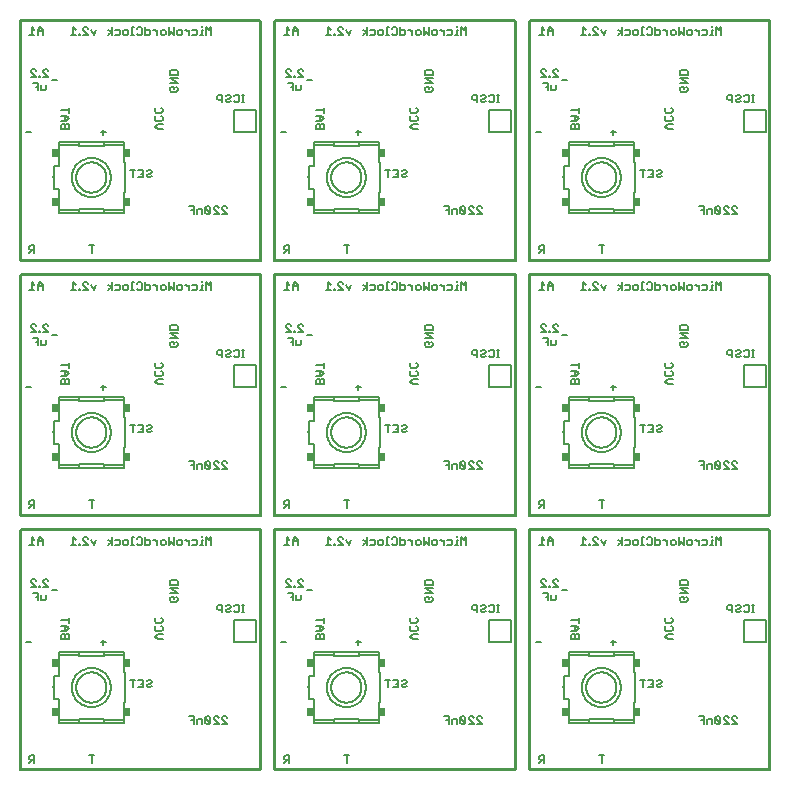
<source format=gbo>
G75*
G70*
%OFA0B0*%
%FSLAX25Y25*%
%IPPOS*%
%LPD*%
%AMOC8*
5,1,8,0,0,1.08239X$1,22.5*
%
%ADD10C,0.00800*%
%ADD31R,0.02160X0.02980*%
%ADD33R,0.02100X0.03040*%
%ADD35R,0.02100X0.02980*%
%ADD44R,0.00800X0.00800*%
X0010000Y0010000D02*
G75*
%LPD*%
D10*
X0010000Y0010000D02*
X0090000Y0010000D01*
X0090000Y0090000D01*
X0010000Y0090000D01*
X0010000Y0010000D01*
D10*
X0013080Y0012380D02*
X0013920Y0013210D01*
X0013500Y0013210D02*
X0013080Y0013630D01*
X0013080Y0014460D01*
X0013500Y0014880D01*
X0014750Y0014880D01*
X0014750Y0012380D01*
X0014750Y0013210D02*
X0013500Y0013210D01*
X0033080Y0014880D02*
X0034750Y0014880D01*
X0033920Y0014880D02*
X0033920Y0012380D01*
X0047530Y0037500D02*
X0047530Y0040000D01*
X0046700Y0040000D02*
X0048370Y0040000D01*
X0049460Y0040000D02*
X0051130Y0040000D01*
X0051130Y0037500D01*
X0049460Y0037500D01*
X0050300Y0038750D02*
X0051130Y0038750D01*
X0052230Y0038330D02*
X0052230Y0037920D01*
X0052640Y0037500D01*
X0053480Y0037500D01*
X0053890Y0037920D01*
X0053480Y0038750D02*
X0052640Y0038750D01*
X0052230Y0038330D01*
X0053480Y0038750D02*
X0053890Y0039170D01*
X0053890Y0039590D01*
X0053480Y0040000D01*
X0052640Y0040000D01*
X0052230Y0039590D01*
X0055830Y0053610D02*
X0055000Y0054440D01*
X0055830Y0055270D01*
X0057500Y0055270D01*
X0057090Y0056370D02*
X0055420Y0056370D01*
X0055000Y0056790D01*
X0055000Y0057620D01*
X0055420Y0058040D01*
X0055420Y0059130D02*
X0055000Y0059550D01*
X0055000Y0060380D01*
X0055420Y0060800D01*
X0057090Y0060800D02*
X0057500Y0060380D01*
X0057500Y0059550D01*
X0057090Y0059130D01*
X0055420Y0059130D01*
X0057090Y0058040D02*
X0057500Y0057620D01*
X0057500Y0056790D01*
X0057090Y0056370D01*
X0057500Y0053610D02*
X0055830Y0053610D01*
X0060420Y0066110D02*
X0060000Y0066520D01*
X0060000Y0067360D01*
X0060420Y0067770D01*
X0061250Y0067770D01*
X0061250Y0066940D01*
X0060420Y0066110D02*
X0062090Y0066110D01*
X0062500Y0066520D01*
X0062500Y0067360D01*
X0062090Y0067770D01*
X0062500Y0068870D02*
X0060000Y0068870D01*
X0060000Y0070540D02*
X0062500Y0070540D01*
X0062500Y0071630D02*
X0062500Y0072880D01*
X0062090Y0073300D01*
X0060420Y0073300D01*
X0060000Y0072880D01*
X0060000Y0071630D01*
X0062500Y0071630D01*
X0060000Y0070540D02*
X0062500Y0068870D01*
X0075780Y0064590D02*
X0075780Y0063750D01*
X0076200Y0063330D01*
X0077450Y0063330D01*
X0077450Y0062500D02*
X0077450Y0065000D01*
X0076200Y0065000D01*
X0075780Y0064590D01*
X0078540Y0064590D02*
X0078960Y0065000D01*
X0079790Y0065000D01*
X0080210Y0064590D01*
X0080210Y0064170D01*
X0079790Y0063750D01*
X0078960Y0063750D01*
X0078540Y0063330D01*
X0078540Y0062920D01*
X0078960Y0062500D01*
X0079790Y0062500D01*
X0080210Y0062920D01*
X0081300Y0062920D02*
X0081720Y0062500D01*
X0082560Y0062500D01*
X0082970Y0062920D01*
X0082970Y0064590D01*
X0082560Y0065000D01*
X0081720Y0065000D01*
X0081300Y0064590D01*
X0083980Y0065000D02*
X0084810Y0065000D01*
X0084400Y0065000D02*
X0084400Y0062500D01*
X0084810Y0062500D02*
X0083980Y0062500D01*
X0073690Y0085000D02*
X0073690Y0087500D01*
X0072860Y0086670D01*
X0072020Y0087500D01*
X0072020Y0085000D01*
X0070930Y0085000D02*
X0070090Y0085000D01*
X0070510Y0085000D02*
X0070510Y0086670D01*
X0070930Y0086670D01*
X0070510Y0087500D02*
X0070510Y0087920D01*
X0069090Y0086250D02*
X0069090Y0085420D01*
X0068670Y0085000D01*
X0067420Y0085000D01*
X0066320Y0085000D02*
X0066320Y0086670D01*
X0065490Y0086670D02*
X0066320Y0085830D01*
X0065490Y0086670D02*
X0065070Y0086670D01*
X0064020Y0086250D02*
X0064020Y0085420D01*
X0063610Y0085000D01*
X0062770Y0085000D01*
X0062350Y0085420D01*
X0062350Y0086250D01*
X0062770Y0086670D01*
X0063610Y0086670D01*
X0064020Y0086250D01*
X0061260Y0085000D02*
X0060430Y0085830D01*
X0059590Y0085000D01*
X0059590Y0087500D01*
X0058500Y0086250D02*
X0058500Y0085420D01*
X0058080Y0085000D01*
X0057250Y0085000D01*
X0056830Y0085420D01*
X0056830Y0086250D01*
X0057250Y0086670D01*
X0058080Y0086670D01*
X0058500Y0086250D01*
X0055740Y0085830D02*
X0054900Y0086670D01*
X0054480Y0086670D01*
X0053430Y0086250D02*
X0053020Y0086670D01*
X0051770Y0086670D01*
X0051770Y0087500D02*
X0051770Y0085000D01*
X0053020Y0085000D01*
X0053430Y0085420D01*
X0053430Y0086250D01*
X0055740Y0086670D02*
X0055740Y0085000D01*
X0050670Y0085420D02*
X0050250Y0085000D01*
X0049420Y0085000D01*
X0049000Y0085420D01*
X0047910Y0085000D02*
X0047070Y0085000D01*
X0047490Y0085000D02*
X0047490Y0087500D01*
X0047910Y0087500D01*
X0049000Y0087090D02*
X0049420Y0087500D01*
X0050250Y0087500D01*
X0050670Y0087090D01*
X0050670Y0085420D01*
X0046070Y0085420D02*
X0045650Y0085000D01*
X0044820Y0085000D01*
X0044400Y0085420D01*
X0044400Y0086250D01*
X0044820Y0086670D01*
X0045650Y0086670D01*
X0046070Y0086250D01*
X0046070Y0085420D01*
X0043300Y0085420D02*
X0042890Y0085000D01*
X0041640Y0085000D01*
X0040540Y0085000D02*
X0040540Y0087500D01*
X0041640Y0086670D02*
X0042890Y0086670D01*
X0043300Y0086250D01*
X0043300Y0085420D01*
X0040540Y0085830D02*
X0039290Y0086670D01*
X0040540Y0085830D02*
X0039290Y0085000D01*
X0035480Y0086670D02*
X0034640Y0085000D01*
X0033810Y0086670D01*
X0032720Y0087090D02*
X0032300Y0087500D01*
X0031460Y0087500D01*
X0031050Y0087090D01*
X0031050Y0086670D01*
X0032720Y0085000D01*
X0031050Y0085000D01*
X0029950Y0085000D02*
X0029540Y0085000D01*
X0029540Y0085420D01*
X0029950Y0085420D01*
X0029950Y0085000D01*
X0028570Y0085000D02*
X0026900Y0085000D01*
X0027740Y0085000D02*
X0027740Y0087500D01*
X0028570Y0086670D01*
X0017510Y0086670D02*
X0017510Y0085000D01*
X0017510Y0086250D02*
X0015840Y0086250D01*
X0015840Y0086670D02*
X0015840Y0085000D01*
X0014750Y0085000D02*
X0013080Y0085000D01*
X0013920Y0085000D02*
X0013920Y0087500D01*
X0014750Y0086670D01*
X0015840Y0086670D02*
X0016680Y0087500D01*
X0017510Y0086670D01*
X0018200Y0073500D02*
X0017780Y0073090D01*
X0017780Y0072670D01*
X0019450Y0071000D01*
X0017780Y0071000D01*
X0016690Y0071000D02*
X0016690Y0071420D01*
X0016270Y0071420D01*
X0016270Y0071000D01*
X0016690Y0071000D01*
X0015310Y0071000D02*
X0013640Y0072670D01*
X0013640Y0073090D01*
X0014060Y0073500D01*
X0014890Y0073500D01*
X0015310Y0073090D01*
X0015310Y0071000D02*
X0013640Y0071000D01*
X0014330Y0069000D02*
X0016000Y0069000D01*
X0016000Y0066500D01*
X0016000Y0067750D02*
X0015170Y0067750D01*
X0017090Y0068170D02*
X0017090Y0066500D01*
X0018350Y0066500D01*
X0018760Y0066920D01*
X0018760Y0068170D01*
X0020710Y0070000D02*
X0022380Y0070000D01*
X0019450Y0073090D02*
X0019040Y0073500D01*
X0018200Y0073500D01*
X0026250Y0060800D02*
X0026250Y0059130D01*
X0026250Y0059970D02*
X0023750Y0059970D01*
X0023750Y0058040D02*
X0025420Y0058040D01*
X0026250Y0057200D01*
X0025420Y0056370D01*
X0023750Y0056370D01*
X0025000Y0056370D02*
X0025000Y0058040D01*
X0024580Y0055270D02*
X0024170Y0055270D01*
X0023750Y0054860D01*
X0023750Y0053610D01*
X0026250Y0053610D01*
X0026250Y0054860D01*
X0025840Y0055270D01*
X0025420Y0055270D01*
X0025000Y0054860D01*
X0025000Y0053610D01*
X0025000Y0054860D02*
X0024580Y0055270D01*
X0013630Y0052500D02*
X0011960Y0052500D01*
X0036960Y0052500D02*
X0038630Y0052500D01*
X0037800Y0051670D02*
X0037800Y0053340D01*
X0066220Y0027860D02*
X0067890Y0027860D01*
X0067890Y0025360D01*
X0067890Y0026610D02*
X0067060Y0026610D01*
X0068990Y0026610D02*
X0068990Y0025360D01*
X0068990Y0026610D02*
X0069400Y0027020D01*
X0070650Y0027020D01*
X0070650Y0025360D01*
X0071750Y0025770D02*
X0071750Y0027440D01*
X0073420Y0025770D01*
X0073000Y0025360D01*
X0072170Y0025360D01*
X0071750Y0025770D01*
X0073420Y0025770D02*
X0073420Y0027440D01*
X0073000Y0027860D01*
X0072170Y0027860D01*
X0071750Y0027440D01*
X0074510Y0027440D02*
X0074930Y0027860D01*
X0075760Y0027860D01*
X0076180Y0027440D01*
X0077270Y0027440D02*
X0077690Y0027860D01*
X0078520Y0027860D01*
X0078940Y0027440D01*
X0077270Y0027440D02*
X0077270Y0027020D01*
X0078940Y0025360D01*
X0077270Y0025360D01*
X0076180Y0025360D02*
X0074510Y0027020D01*
X0074510Y0027440D01*
X0074510Y0025360D02*
X0076180Y0025360D01*
X0061260Y0085000D02*
X0061260Y0087500D01*
X0067420Y0086670D02*
X0068670Y0086670D01*
X0069090Y0086250D01*
D10*
X0081250Y0060000D02*
X0081250Y0052500D01*
X0088750Y0052500D01*
X0088750Y0060000D01*
X0081250Y0060000D01*
D10*
X0045090Y0042230D02*
X0045090Y0032710D01*
X0044620Y0032240D01*
X0044620Y0025700D01*
X0022880Y0025700D01*
X0022880Y0033640D01*
X0021250Y0033640D01*
X0021250Y0041410D01*
X0022880Y0041410D01*
X0022880Y0049300D01*
X0044620Y0049300D01*
X0044620Y0042700D01*
X0045090Y0042230D01*
X0044380Y0048370D02*
X0038190Y0048370D01*
X0038020Y0047960D02*
X0038020Y0049070D01*
X0038020Y0047960D02*
X0029540Y0047960D01*
X0029540Y0048370D01*
X0029540Y0049130D01*
X0029540Y0048370D02*
X0023060Y0048370D01*
X0027260Y0037500D02*
X0027280Y0038000D01*
X0027340Y0038500D01*
X0027430Y0039000D01*
X0027570Y0039480D01*
X0027740Y0039950D01*
X0027950Y0040410D01*
X0028190Y0040850D01*
X0028470Y0041270D01*
X0028780Y0041670D01*
X0029120Y0042040D01*
X0029480Y0042390D01*
X0029870Y0042710D01*
X0030290Y0042990D01*
X0030730Y0043240D01*
X0031180Y0043460D01*
X0031650Y0043640D01*
X0032130Y0043780D01*
X0032620Y0043890D01*
X0033120Y0043960D01*
X0033620Y0043990D01*
X0034130Y0043980D01*
X0034630Y0043930D01*
X0035120Y0043840D01*
X0035610Y0043720D01*
X0036090Y0043550D01*
X0036550Y0043360D01*
X0036990Y0043120D01*
X0037420Y0042850D01*
X0037820Y0042550D01*
X0038200Y0042220D01*
X0038560Y0041860D01*
X0038880Y0041480D01*
X0039170Y0041070D01*
X0039430Y0040640D01*
X0039660Y0040190D01*
X0039850Y0039720D01*
X0040000Y0039240D01*
X0040120Y0038750D01*
X0040200Y0038250D01*
X0040240Y0037750D01*
X0040240Y0037250D01*
X0040200Y0036750D01*
X0040120Y0036250D01*
X0040000Y0035760D01*
X0039850Y0035280D01*
X0039660Y0034810D01*
X0039430Y0034360D01*
X0039170Y0033930D01*
X0038880Y0033520D01*
X0038560Y0033140D01*
X0038200Y0032780D01*
X0037820Y0032450D01*
X0037420Y0032150D01*
X0037000Y0031880D01*
X0036550Y0031640D01*
X0036090Y0031450D01*
X0035610Y0031280D01*
X0035120Y0031160D01*
X0034630Y0031070D01*
X0034130Y0031020D01*
X0033620Y0031010D01*
X0033120Y0031040D01*
X0032620Y0031110D01*
X0032130Y0031220D01*
X0031650Y0031360D01*
X0031180Y0031540D01*
X0030730Y0031760D01*
X0030290Y0032010D01*
X0029870Y0032290D01*
X0029480Y0032610D01*
X0029120Y0032960D01*
X0028780Y0033330D01*
X0028470Y0033730D01*
X0028190Y0034150D01*
X0027950Y0034590D01*
X0027740Y0035050D01*
X0027570Y0035520D01*
X0027430Y0036000D01*
X0027340Y0036500D01*
X0027280Y0037000D01*
X0027260Y0037500D01*
X0028720Y0037500D02*
X0028740Y0037940D01*
X0028800Y0038390D01*
X0028900Y0038820D01*
X0029030Y0039240D01*
X0029200Y0039650D01*
X0029410Y0040050D01*
X0029650Y0040420D01*
X0029930Y0040770D01*
X0030230Y0041100D01*
X0030560Y0041390D01*
X0030920Y0041660D01*
X0031300Y0041890D01*
X0031700Y0042090D01*
X0032110Y0042260D01*
X0032540Y0042380D01*
X0032970Y0042470D01*
X0033420Y0042520D01*
X0033860Y0042530D01*
X0034310Y0042500D01*
X0034740Y0042430D01*
X0035180Y0042320D01*
X0035600Y0042180D01*
X0036000Y0042000D01*
X0036390Y0041780D01*
X0036760Y0041530D01*
X0037100Y0041250D01*
X0037420Y0040940D01*
X0037710Y0040600D01*
X0037970Y0040240D01*
X0038200Y0039850D01*
X0038390Y0039450D01*
X0038540Y0039030D01*
X0038660Y0038600D01*
X0038740Y0038170D01*
X0038780Y0037720D01*
X0038780Y0037280D01*
X0038740Y0036830D01*
X0038660Y0036400D01*
X0038540Y0035970D01*
X0038390Y0035550D01*
X0038200Y0035150D01*
X0037970Y0034760D01*
X0037710Y0034400D01*
X0037420Y0034060D01*
X0037100Y0033750D01*
X0036760Y0033470D01*
X0036390Y0033220D01*
X0036000Y0033000D01*
X0035600Y0032820D01*
X0035180Y0032680D01*
X0034740Y0032570D01*
X0034310Y0032500D01*
X0033860Y0032470D01*
X0033420Y0032480D01*
X0032970Y0032530D01*
X0032540Y0032620D01*
X0032110Y0032740D01*
X0031700Y0032910D01*
X0031300Y0033110D01*
X0030920Y0033340D01*
X0030560Y0033610D01*
X0030230Y0033900D01*
X0029930Y0034230D01*
X0029650Y0034580D01*
X0029410Y0034950D01*
X0029200Y0035350D01*
X0029030Y0035760D01*
X0028900Y0036180D01*
X0028800Y0036610D01*
X0028740Y0037060D01*
X0028720Y0037500D01*
X0029540Y0027040D02*
X0038020Y0027040D01*
X0038020Y0025930D01*
X0038190Y0026630D02*
X0044380Y0026630D01*
X0029540Y0026630D02*
X0029540Y0025870D01*
X0029540Y0026630D02*
X0029540Y0027040D01*
X0029540Y0026630D02*
X0023060Y0026630D01*
D31*
X0045760Y0045590D03*
D33*
X0045790Y0029440D03*
D35*
X0021710Y0045590D03*
D44*
X0020920Y0037530D03*
D31*
X0021740Y0029470D03*
D10*
X0010400Y0010400D02*
X0010400Y0090400D01*
X0010400Y0090400D02*
X0090400Y0090400D01*
X0090400Y0010400D01*
X0010400Y0010400D01*
X0010000Y0095000D02*
G75*
%LPD*%
D10*
X0010000Y0095000D02*
X0090000Y0095000D01*
X0090000Y0175000D01*
X0010000Y0175000D01*
X0010000Y0095000D01*
D10*
X0013080Y0097380D02*
X0013920Y0098210D01*
X0013500Y0098210D02*
X0013080Y0098630D01*
X0013080Y0099460D01*
X0013500Y0099880D01*
X0014750Y0099880D01*
X0014750Y0097380D01*
X0014750Y0098210D02*
X0013500Y0098210D01*
X0033080Y0099880D02*
X0034750Y0099880D01*
X0033920Y0099880D02*
X0033920Y0097380D01*
X0047530Y0122500D02*
X0047530Y0125000D01*
X0046700Y0125000D02*
X0048370Y0125000D01*
X0049460Y0125000D02*
X0051130Y0125000D01*
X0051130Y0122500D01*
X0049460Y0122500D01*
X0050300Y0123750D02*
X0051130Y0123750D01*
X0052230Y0123330D02*
X0052230Y0122920D01*
X0052640Y0122500D01*
X0053480Y0122500D01*
X0053890Y0122920D01*
X0053480Y0123750D02*
X0052640Y0123750D01*
X0052230Y0123330D01*
X0053480Y0123750D02*
X0053890Y0124170D01*
X0053890Y0124590D01*
X0053480Y0125000D01*
X0052640Y0125000D01*
X0052230Y0124590D01*
X0055830Y0138610D02*
X0055000Y0139440D01*
X0055830Y0140270D01*
X0057500Y0140270D01*
X0057090Y0141370D02*
X0055420Y0141370D01*
X0055000Y0141790D01*
X0055000Y0142620D01*
X0055420Y0143040D01*
X0055420Y0144130D02*
X0055000Y0144550D01*
X0055000Y0145380D01*
X0055420Y0145800D01*
X0057090Y0145800D02*
X0057500Y0145380D01*
X0057500Y0144550D01*
X0057090Y0144130D01*
X0055420Y0144130D01*
X0057090Y0143040D02*
X0057500Y0142620D01*
X0057500Y0141790D01*
X0057090Y0141370D01*
X0057500Y0138610D02*
X0055830Y0138610D01*
X0060420Y0151110D02*
X0060000Y0151520D01*
X0060000Y0152360D01*
X0060420Y0152770D01*
X0061250Y0152770D01*
X0061250Y0151940D01*
X0060420Y0151110D02*
X0062090Y0151110D01*
X0062500Y0151520D01*
X0062500Y0152360D01*
X0062090Y0152770D01*
X0062500Y0153870D02*
X0060000Y0153870D01*
X0060000Y0155540D02*
X0062500Y0155540D01*
X0062500Y0156630D02*
X0062500Y0157880D01*
X0062090Y0158300D01*
X0060420Y0158300D01*
X0060000Y0157880D01*
X0060000Y0156630D01*
X0062500Y0156630D01*
X0060000Y0155540D02*
X0062500Y0153870D01*
X0075780Y0149590D02*
X0075780Y0148750D01*
X0076200Y0148330D01*
X0077450Y0148330D01*
X0077450Y0147500D02*
X0077450Y0150000D01*
X0076200Y0150000D01*
X0075780Y0149590D01*
X0078540Y0149590D02*
X0078960Y0150000D01*
X0079790Y0150000D01*
X0080210Y0149590D01*
X0080210Y0149170D01*
X0079790Y0148750D01*
X0078960Y0148750D01*
X0078540Y0148330D01*
X0078540Y0147920D01*
X0078960Y0147500D01*
X0079790Y0147500D01*
X0080210Y0147920D01*
X0081300Y0147920D02*
X0081720Y0147500D01*
X0082560Y0147500D01*
X0082970Y0147920D01*
X0082970Y0149590D01*
X0082560Y0150000D01*
X0081720Y0150000D01*
X0081300Y0149590D01*
X0083980Y0150000D02*
X0084810Y0150000D01*
X0084400Y0150000D02*
X0084400Y0147500D01*
X0084810Y0147500D02*
X0083980Y0147500D01*
X0073690Y0170000D02*
X0073690Y0172500D01*
X0072860Y0171670D01*
X0072020Y0172500D01*
X0072020Y0170000D01*
X0070930Y0170000D02*
X0070090Y0170000D01*
X0070510Y0170000D02*
X0070510Y0171670D01*
X0070930Y0171670D01*
X0070510Y0172500D02*
X0070510Y0172920D01*
X0069090Y0171250D02*
X0069090Y0170420D01*
X0068670Y0170000D01*
X0067420Y0170000D01*
X0066320Y0170000D02*
X0066320Y0171670D01*
X0065490Y0171670D02*
X0066320Y0170830D01*
X0065490Y0171670D02*
X0065070Y0171670D01*
X0064020Y0171250D02*
X0064020Y0170420D01*
X0063610Y0170000D01*
X0062770Y0170000D01*
X0062350Y0170420D01*
X0062350Y0171250D01*
X0062770Y0171670D01*
X0063610Y0171670D01*
X0064020Y0171250D01*
X0061260Y0170000D02*
X0060430Y0170830D01*
X0059590Y0170000D01*
X0059590Y0172500D01*
X0058500Y0171250D02*
X0058500Y0170420D01*
X0058080Y0170000D01*
X0057250Y0170000D01*
X0056830Y0170420D01*
X0056830Y0171250D01*
X0057250Y0171670D01*
X0058080Y0171670D01*
X0058500Y0171250D01*
X0055740Y0170830D02*
X0054900Y0171670D01*
X0054480Y0171670D01*
X0053430Y0171250D02*
X0053020Y0171670D01*
X0051770Y0171670D01*
X0051770Y0172500D02*
X0051770Y0170000D01*
X0053020Y0170000D01*
X0053430Y0170420D01*
X0053430Y0171250D01*
X0055740Y0171670D02*
X0055740Y0170000D01*
X0050670Y0170420D02*
X0050250Y0170000D01*
X0049420Y0170000D01*
X0049000Y0170420D01*
X0047910Y0170000D02*
X0047070Y0170000D01*
X0047490Y0170000D02*
X0047490Y0172500D01*
X0047910Y0172500D01*
X0049000Y0172090D02*
X0049420Y0172500D01*
X0050250Y0172500D01*
X0050670Y0172090D01*
X0050670Y0170420D01*
X0046070Y0170420D02*
X0045650Y0170000D01*
X0044820Y0170000D01*
X0044400Y0170420D01*
X0044400Y0171250D01*
X0044820Y0171670D01*
X0045650Y0171670D01*
X0046070Y0171250D01*
X0046070Y0170420D01*
X0043300Y0170420D02*
X0042890Y0170000D01*
X0041640Y0170000D01*
X0040540Y0170000D02*
X0040540Y0172500D01*
X0041640Y0171670D02*
X0042890Y0171670D01*
X0043300Y0171250D01*
X0043300Y0170420D01*
X0040540Y0170830D02*
X0039290Y0171670D01*
X0040540Y0170830D02*
X0039290Y0170000D01*
X0035480Y0171670D02*
X0034640Y0170000D01*
X0033810Y0171670D01*
X0032720Y0172090D02*
X0032300Y0172500D01*
X0031460Y0172500D01*
X0031050Y0172090D01*
X0031050Y0171670D01*
X0032720Y0170000D01*
X0031050Y0170000D01*
X0029950Y0170000D02*
X0029540Y0170000D01*
X0029540Y0170420D01*
X0029950Y0170420D01*
X0029950Y0170000D01*
X0028570Y0170000D02*
X0026900Y0170000D01*
X0027740Y0170000D02*
X0027740Y0172500D01*
X0028570Y0171670D01*
X0017510Y0171670D02*
X0017510Y0170000D01*
X0017510Y0171250D02*
X0015840Y0171250D01*
X0015840Y0171670D02*
X0015840Y0170000D01*
X0014750Y0170000D02*
X0013080Y0170000D01*
X0013920Y0170000D02*
X0013920Y0172500D01*
X0014750Y0171670D01*
X0015840Y0171670D02*
X0016680Y0172500D01*
X0017510Y0171670D01*
X0018200Y0158500D02*
X0017780Y0158090D01*
X0017780Y0157670D01*
X0019450Y0156000D01*
X0017780Y0156000D01*
X0016690Y0156000D02*
X0016690Y0156420D01*
X0016270Y0156420D01*
X0016270Y0156000D01*
X0016690Y0156000D01*
X0015310Y0156000D02*
X0013640Y0157670D01*
X0013640Y0158090D01*
X0014060Y0158500D01*
X0014890Y0158500D01*
X0015310Y0158090D01*
X0015310Y0156000D02*
X0013640Y0156000D01*
X0014330Y0154000D02*
X0016000Y0154000D01*
X0016000Y0151500D01*
X0016000Y0152750D02*
X0015170Y0152750D01*
X0017090Y0153170D02*
X0017090Y0151500D01*
X0018350Y0151500D01*
X0018760Y0151920D01*
X0018760Y0153170D01*
X0020710Y0155000D02*
X0022380Y0155000D01*
X0019450Y0158090D02*
X0019040Y0158500D01*
X0018200Y0158500D01*
X0026250Y0145800D02*
X0026250Y0144130D01*
X0026250Y0144970D02*
X0023750Y0144970D01*
X0023750Y0143040D02*
X0025420Y0143040D01*
X0026250Y0142200D01*
X0025420Y0141370D01*
X0023750Y0141370D01*
X0025000Y0141370D02*
X0025000Y0143040D01*
X0024580Y0140270D02*
X0024170Y0140270D01*
X0023750Y0139860D01*
X0023750Y0138610D01*
X0026250Y0138610D01*
X0026250Y0139860D01*
X0025840Y0140270D01*
X0025420Y0140270D01*
X0025000Y0139860D01*
X0025000Y0138610D01*
X0025000Y0139860D02*
X0024580Y0140270D01*
X0013630Y0137500D02*
X0011960Y0137500D01*
X0036960Y0137500D02*
X0038630Y0137500D01*
X0037800Y0136670D02*
X0037800Y0138340D01*
X0066220Y0112860D02*
X0067890Y0112860D01*
X0067890Y0110360D01*
X0067890Y0111610D02*
X0067060Y0111610D01*
X0068990Y0111610D02*
X0068990Y0110360D01*
X0068990Y0111610D02*
X0069400Y0112020D01*
X0070650Y0112020D01*
X0070650Y0110360D01*
X0071750Y0110770D02*
X0071750Y0112440D01*
X0073420Y0110770D01*
X0073000Y0110360D01*
X0072170Y0110360D01*
X0071750Y0110770D01*
X0073420Y0110770D02*
X0073420Y0112440D01*
X0073000Y0112860D01*
X0072170Y0112860D01*
X0071750Y0112440D01*
X0074510Y0112440D02*
X0074930Y0112860D01*
X0075760Y0112860D01*
X0076180Y0112440D01*
X0077270Y0112440D02*
X0077690Y0112860D01*
X0078520Y0112860D01*
X0078940Y0112440D01*
X0077270Y0112440D02*
X0077270Y0112020D01*
X0078940Y0110360D01*
X0077270Y0110360D01*
X0076180Y0110360D02*
X0074510Y0112020D01*
X0074510Y0112440D01*
X0074510Y0110360D02*
X0076180Y0110360D01*
X0061260Y0170000D02*
X0061260Y0172500D01*
X0067420Y0171670D02*
X0068670Y0171670D01*
X0069090Y0171250D01*
D10*
X0081250Y0145000D02*
X0081250Y0137500D01*
X0088750Y0137500D01*
X0088750Y0145000D01*
X0081250Y0145000D01*
D10*
X0045090Y0127230D02*
X0045090Y0117710D01*
X0044620Y0117240D01*
X0044620Y0110700D01*
X0022880Y0110700D01*
X0022880Y0118640D01*
X0021250Y0118640D01*
X0021250Y0126410D01*
X0022880Y0126410D01*
X0022880Y0134300D01*
X0044620Y0134300D01*
X0044620Y0127700D01*
X0045090Y0127230D01*
X0044380Y0133370D02*
X0038190Y0133370D01*
X0038020Y0132960D02*
X0038020Y0134070D01*
X0038020Y0132960D02*
X0029540Y0132960D01*
X0029540Y0133370D01*
X0029540Y0134130D01*
X0029540Y0133370D02*
X0023060Y0133370D01*
X0027260Y0122500D02*
X0027280Y0123000D01*
X0027340Y0123500D01*
X0027430Y0124000D01*
X0027570Y0124480D01*
X0027740Y0124950D01*
X0027950Y0125410D01*
X0028190Y0125850D01*
X0028470Y0126270D01*
X0028780Y0126670D01*
X0029120Y0127040D01*
X0029480Y0127390D01*
X0029870Y0127710D01*
X0030290Y0127990D01*
X0030730Y0128240D01*
X0031180Y0128460D01*
X0031650Y0128640D01*
X0032130Y0128780D01*
X0032620Y0128890D01*
X0033120Y0128960D01*
X0033620Y0128990D01*
X0034130Y0128980D01*
X0034630Y0128930D01*
X0035120Y0128840D01*
X0035610Y0128720D01*
X0036090Y0128550D01*
X0036550Y0128360D01*
X0036990Y0128120D01*
X0037420Y0127850D01*
X0037820Y0127550D01*
X0038200Y0127220D01*
X0038560Y0126860D01*
X0038880Y0126480D01*
X0039170Y0126070D01*
X0039430Y0125640D01*
X0039660Y0125190D01*
X0039850Y0124720D01*
X0040000Y0124240D01*
X0040120Y0123750D01*
X0040200Y0123250D01*
X0040240Y0122750D01*
X0040240Y0122250D01*
X0040200Y0121750D01*
X0040120Y0121250D01*
X0040000Y0120760D01*
X0039850Y0120280D01*
X0039660Y0119810D01*
X0039430Y0119360D01*
X0039170Y0118930D01*
X0038880Y0118520D01*
X0038560Y0118140D01*
X0038200Y0117780D01*
X0037820Y0117450D01*
X0037420Y0117150D01*
X0037000Y0116880D01*
X0036550Y0116640D01*
X0036090Y0116450D01*
X0035610Y0116280D01*
X0035120Y0116160D01*
X0034630Y0116070D01*
X0034130Y0116020D01*
X0033620Y0116010D01*
X0033120Y0116040D01*
X0032620Y0116110D01*
X0032130Y0116220D01*
X0031650Y0116360D01*
X0031180Y0116540D01*
X0030730Y0116760D01*
X0030290Y0117010D01*
X0029870Y0117290D01*
X0029480Y0117610D01*
X0029120Y0117960D01*
X0028780Y0118330D01*
X0028470Y0118730D01*
X0028190Y0119150D01*
X0027950Y0119590D01*
X0027740Y0120050D01*
X0027570Y0120520D01*
X0027430Y0121000D01*
X0027340Y0121500D01*
X0027280Y0122000D01*
X0027260Y0122500D01*
X0028720Y0122500D02*
X0028740Y0122940D01*
X0028800Y0123390D01*
X0028900Y0123820D01*
X0029030Y0124240D01*
X0029200Y0124650D01*
X0029410Y0125050D01*
X0029650Y0125420D01*
X0029930Y0125770D01*
X0030230Y0126100D01*
X0030560Y0126390D01*
X0030920Y0126660D01*
X0031300Y0126890D01*
X0031700Y0127090D01*
X0032110Y0127260D01*
X0032540Y0127380D01*
X0032970Y0127470D01*
X0033420Y0127520D01*
X0033860Y0127530D01*
X0034310Y0127500D01*
X0034740Y0127430D01*
X0035180Y0127320D01*
X0035600Y0127180D01*
X0036000Y0127000D01*
X0036390Y0126780D01*
X0036760Y0126530D01*
X0037100Y0126250D01*
X0037420Y0125940D01*
X0037710Y0125600D01*
X0037970Y0125240D01*
X0038200Y0124850D01*
X0038390Y0124450D01*
X0038540Y0124030D01*
X0038660Y0123600D01*
X0038740Y0123170D01*
X0038780Y0122720D01*
X0038780Y0122280D01*
X0038740Y0121830D01*
X0038660Y0121400D01*
X0038540Y0120970D01*
X0038390Y0120550D01*
X0038200Y0120150D01*
X0037970Y0119760D01*
X0037710Y0119400D01*
X0037420Y0119060D01*
X0037100Y0118750D01*
X0036760Y0118470D01*
X0036390Y0118220D01*
X0036000Y0118000D01*
X0035600Y0117820D01*
X0035180Y0117680D01*
X0034740Y0117570D01*
X0034310Y0117500D01*
X0033860Y0117470D01*
X0033420Y0117480D01*
X0032970Y0117530D01*
X0032540Y0117620D01*
X0032110Y0117740D01*
X0031700Y0117910D01*
X0031300Y0118110D01*
X0030920Y0118340D01*
X0030560Y0118610D01*
X0030230Y0118900D01*
X0029930Y0119230D01*
X0029650Y0119580D01*
X0029410Y0119950D01*
X0029200Y0120350D01*
X0029030Y0120760D01*
X0028900Y0121180D01*
X0028800Y0121610D01*
X0028740Y0122060D01*
X0028720Y0122500D01*
X0029540Y0112040D02*
X0038020Y0112040D01*
X0038020Y0110930D01*
X0038190Y0111630D02*
X0044380Y0111630D01*
X0029540Y0111630D02*
X0029540Y0110870D01*
X0029540Y0111630D02*
X0029540Y0112040D01*
X0029540Y0111630D02*
X0023060Y0111630D01*
D31*
X0045760Y0130590D03*
D33*
X0045790Y0114440D03*
D35*
X0021710Y0130590D03*
D44*
X0020920Y0122530D03*
D31*
X0021740Y0114470D03*
D10*
X0010400Y0094600D02*
X0010400Y0175400D01*
X0010400Y0175400D02*
X0090400Y0175400D01*
X0090400Y0094600D01*
X0010400Y0094600D01*
X0010000Y0180000D02*
G75*
%LPD*%
D10*
X0010000Y0180000D02*
X0090000Y0180000D01*
X0090000Y0260000D01*
X0010000Y0260000D01*
X0010000Y0180000D01*
D10*
X0013080Y0182380D02*
X0013920Y0183210D01*
X0013500Y0183210D02*
X0013080Y0183630D01*
X0013080Y0184460D01*
X0013500Y0184880D01*
X0014750Y0184880D01*
X0014750Y0182380D01*
X0014750Y0183210D02*
X0013500Y0183210D01*
X0033080Y0184880D02*
X0034750Y0184880D01*
X0033920Y0184880D02*
X0033920Y0182380D01*
X0047530Y0207500D02*
X0047530Y0210000D01*
X0046700Y0210000D02*
X0048370Y0210000D01*
X0049460Y0210000D02*
X0051130Y0210000D01*
X0051130Y0207500D01*
X0049460Y0207500D01*
X0050300Y0208750D02*
X0051130Y0208750D01*
X0052230Y0208330D02*
X0052230Y0207920D01*
X0052640Y0207500D01*
X0053480Y0207500D01*
X0053890Y0207920D01*
X0053480Y0208750D02*
X0052640Y0208750D01*
X0052230Y0208330D01*
X0053480Y0208750D02*
X0053890Y0209170D01*
X0053890Y0209590D01*
X0053480Y0210000D01*
X0052640Y0210000D01*
X0052230Y0209590D01*
X0055830Y0223610D02*
X0055000Y0224440D01*
X0055830Y0225270D01*
X0057500Y0225270D01*
X0057090Y0226370D02*
X0055420Y0226370D01*
X0055000Y0226790D01*
X0055000Y0227620D01*
X0055420Y0228040D01*
X0055420Y0229130D02*
X0055000Y0229550D01*
X0055000Y0230380D01*
X0055420Y0230800D01*
X0057090Y0230800D02*
X0057500Y0230380D01*
X0057500Y0229550D01*
X0057090Y0229130D01*
X0055420Y0229130D01*
X0057090Y0228040D02*
X0057500Y0227620D01*
X0057500Y0226790D01*
X0057090Y0226370D01*
X0057500Y0223610D02*
X0055830Y0223610D01*
X0060420Y0236110D02*
X0060000Y0236520D01*
X0060000Y0237360D01*
X0060420Y0237770D01*
X0061250Y0237770D01*
X0061250Y0236940D01*
X0060420Y0236110D02*
X0062090Y0236110D01*
X0062500Y0236520D01*
X0062500Y0237360D01*
X0062090Y0237770D01*
X0062500Y0238870D02*
X0060000Y0238870D01*
X0060000Y0240540D02*
X0062500Y0240540D01*
X0062500Y0241630D02*
X0062500Y0242880D01*
X0062090Y0243300D01*
X0060420Y0243300D01*
X0060000Y0242880D01*
X0060000Y0241630D01*
X0062500Y0241630D01*
X0060000Y0240540D02*
X0062500Y0238870D01*
X0075780Y0234590D02*
X0075780Y0233750D01*
X0076200Y0233330D01*
X0077450Y0233330D01*
X0077450Y0232500D02*
X0077450Y0235000D01*
X0076200Y0235000D01*
X0075780Y0234590D01*
X0078540Y0234590D02*
X0078960Y0235000D01*
X0079790Y0235000D01*
X0080210Y0234590D01*
X0080210Y0234170D01*
X0079790Y0233750D01*
X0078960Y0233750D01*
X0078540Y0233330D01*
X0078540Y0232920D01*
X0078960Y0232500D01*
X0079790Y0232500D01*
X0080210Y0232920D01*
X0081300Y0232920D02*
X0081720Y0232500D01*
X0082560Y0232500D01*
X0082970Y0232920D01*
X0082970Y0234590D01*
X0082560Y0235000D01*
X0081720Y0235000D01*
X0081300Y0234590D01*
X0083980Y0235000D02*
X0084810Y0235000D01*
X0084400Y0235000D02*
X0084400Y0232500D01*
X0084810Y0232500D02*
X0083980Y0232500D01*
X0073690Y0255000D02*
X0073690Y0257500D01*
X0072860Y0256670D01*
X0072020Y0257500D01*
X0072020Y0255000D01*
X0070930Y0255000D02*
X0070090Y0255000D01*
X0070510Y0255000D02*
X0070510Y0256670D01*
X0070930Y0256670D01*
X0070510Y0257500D02*
X0070510Y0257920D01*
X0069090Y0256250D02*
X0069090Y0255420D01*
X0068670Y0255000D01*
X0067420Y0255000D01*
X0066320Y0255000D02*
X0066320Y0256670D01*
X0065490Y0256670D02*
X0066320Y0255830D01*
X0065490Y0256670D02*
X0065070Y0256670D01*
X0064020Y0256250D02*
X0064020Y0255420D01*
X0063610Y0255000D01*
X0062770Y0255000D01*
X0062350Y0255420D01*
X0062350Y0256250D01*
X0062770Y0256670D01*
X0063610Y0256670D01*
X0064020Y0256250D01*
X0061260Y0255000D02*
X0060430Y0255830D01*
X0059590Y0255000D01*
X0059590Y0257500D01*
X0058500Y0256250D02*
X0058500Y0255420D01*
X0058080Y0255000D01*
X0057250Y0255000D01*
X0056830Y0255420D01*
X0056830Y0256250D01*
X0057250Y0256670D01*
X0058080Y0256670D01*
X0058500Y0256250D01*
X0055740Y0255830D02*
X0054900Y0256670D01*
X0054480Y0256670D01*
X0053430Y0256250D02*
X0053020Y0256670D01*
X0051770Y0256670D01*
X0051770Y0257500D02*
X0051770Y0255000D01*
X0053020Y0255000D01*
X0053430Y0255420D01*
X0053430Y0256250D01*
X0055740Y0256670D02*
X0055740Y0255000D01*
X0050670Y0255420D02*
X0050250Y0255000D01*
X0049420Y0255000D01*
X0049000Y0255420D01*
X0047910Y0255000D02*
X0047070Y0255000D01*
X0047490Y0255000D02*
X0047490Y0257500D01*
X0047910Y0257500D01*
X0049000Y0257090D02*
X0049420Y0257500D01*
X0050250Y0257500D01*
X0050670Y0257090D01*
X0050670Y0255420D01*
X0046070Y0255420D02*
X0045650Y0255000D01*
X0044820Y0255000D01*
X0044400Y0255420D01*
X0044400Y0256250D01*
X0044820Y0256670D01*
X0045650Y0256670D01*
X0046070Y0256250D01*
X0046070Y0255420D01*
X0043300Y0255420D02*
X0042890Y0255000D01*
X0041640Y0255000D01*
X0040540Y0255000D02*
X0040540Y0257500D01*
X0041640Y0256670D02*
X0042890Y0256670D01*
X0043300Y0256250D01*
X0043300Y0255420D01*
X0040540Y0255830D02*
X0039290Y0256670D01*
X0040540Y0255830D02*
X0039290Y0255000D01*
X0035480Y0256670D02*
X0034640Y0255000D01*
X0033810Y0256670D01*
X0032720Y0257090D02*
X0032300Y0257500D01*
X0031460Y0257500D01*
X0031050Y0257090D01*
X0031050Y0256670D01*
X0032720Y0255000D01*
X0031050Y0255000D01*
X0029950Y0255000D02*
X0029540Y0255000D01*
X0029540Y0255420D01*
X0029950Y0255420D01*
X0029950Y0255000D01*
X0028570Y0255000D02*
X0026900Y0255000D01*
X0027740Y0255000D02*
X0027740Y0257500D01*
X0028570Y0256670D01*
X0017510Y0256670D02*
X0017510Y0255000D01*
X0017510Y0256250D02*
X0015840Y0256250D01*
X0015840Y0256670D02*
X0015840Y0255000D01*
X0014750Y0255000D02*
X0013080Y0255000D01*
X0013920Y0255000D02*
X0013920Y0257500D01*
X0014750Y0256670D01*
X0015840Y0256670D02*
X0016680Y0257500D01*
X0017510Y0256670D01*
X0018200Y0243500D02*
X0017780Y0243090D01*
X0017780Y0242670D01*
X0019450Y0241000D01*
X0017780Y0241000D01*
X0016690Y0241000D02*
X0016690Y0241420D01*
X0016270Y0241420D01*
X0016270Y0241000D01*
X0016690Y0241000D01*
X0015310Y0241000D02*
X0013640Y0242670D01*
X0013640Y0243090D01*
X0014060Y0243500D01*
X0014890Y0243500D01*
X0015310Y0243090D01*
X0015310Y0241000D02*
X0013640Y0241000D01*
X0014330Y0239000D02*
X0016000Y0239000D01*
X0016000Y0236500D01*
X0016000Y0237750D02*
X0015170Y0237750D01*
X0017090Y0238170D02*
X0017090Y0236500D01*
X0018350Y0236500D01*
X0018760Y0236920D01*
X0018760Y0238170D01*
X0020710Y0240000D02*
X0022380Y0240000D01*
X0019450Y0243090D02*
X0019040Y0243500D01*
X0018200Y0243500D01*
X0026250Y0230800D02*
X0026250Y0229130D01*
X0026250Y0229970D02*
X0023750Y0229970D01*
X0023750Y0228040D02*
X0025420Y0228040D01*
X0026250Y0227200D01*
X0025420Y0226370D01*
X0023750Y0226370D01*
X0025000Y0226370D02*
X0025000Y0228040D01*
X0024580Y0225270D02*
X0024170Y0225270D01*
X0023750Y0224860D01*
X0023750Y0223610D01*
X0026250Y0223610D01*
X0026250Y0224860D01*
X0025840Y0225270D01*
X0025420Y0225270D01*
X0025000Y0224860D01*
X0025000Y0223610D01*
X0025000Y0224860D02*
X0024580Y0225270D01*
X0013630Y0222500D02*
X0011960Y0222500D01*
X0036960Y0222500D02*
X0038630Y0222500D01*
X0037800Y0221670D02*
X0037800Y0223340D01*
X0066220Y0197860D02*
X0067890Y0197860D01*
X0067890Y0195360D01*
X0067890Y0196610D02*
X0067060Y0196610D01*
X0068990Y0196610D02*
X0068990Y0195360D01*
X0068990Y0196610D02*
X0069400Y0197020D01*
X0070650Y0197020D01*
X0070650Y0195360D01*
X0071750Y0195770D02*
X0071750Y0197440D01*
X0073420Y0195770D01*
X0073000Y0195360D01*
X0072170Y0195360D01*
X0071750Y0195770D01*
X0073420Y0195770D02*
X0073420Y0197440D01*
X0073000Y0197860D01*
X0072170Y0197860D01*
X0071750Y0197440D01*
X0074510Y0197440D02*
X0074930Y0197860D01*
X0075760Y0197860D01*
X0076180Y0197440D01*
X0077270Y0197440D02*
X0077690Y0197860D01*
X0078520Y0197860D01*
X0078940Y0197440D01*
X0077270Y0197440D02*
X0077270Y0197020D01*
X0078940Y0195360D01*
X0077270Y0195360D01*
X0076180Y0195360D02*
X0074510Y0197020D01*
X0074510Y0197440D01*
X0074510Y0195360D02*
X0076180Y0195360D01*
X0061260Y0255000D02*
X0061260Y0257500D01*
X0067420Y0256670D02*
X0068670Y0256670D01*
X0069090Y0256250D01*
D10*
X0081250Y0230000D02*
X0081250Y0222500D01*
X0088750Y0222500D01*
X0088750Y0230000D01*
X0081250Y0230000D01*
D10*
X0045090Y0212230D02*
X0045090Y0202710D01*
X0044620Y0202240D01*
X0044620Y0195700D01*
X0022880Y0195700D01*
X0022880Y0203640D01*
X0021250Y0203640D01*
X0021250Y0211410D01*
X0022880Y0211410D01*
X0022880Y0219300D01*
X0044620Y0219300D01*
X0044620Y0212700D01*
X0045090Y0212230D01*
X0044380Y0218370D02*
X0038190Y0218370D01*
X0038020Y0217960D02*
X0038020Y0219070D01*
X0038020Y0217960D02*
X0029540Y0217960D01*
X0029540Y0218370D01*
X0029540Y0219130D01*
X0029540Y0218370D02*
X0023060Y0218370D01*
X0027260Y0207500D02*
X0027280Y0208000D01*
X0027340Y0208500D01*
X0027430Y0209000D01*
X0027570Y0209480D01*
X0027740Y0209950D01*
X0027950Y0210410D01*
X0028190Y0210850D01*
X0028470Y0211270D01*
X0028780Y0211670D01*
X0029120Y0212040D01*
X0029480Y0212390D01*
X0029870Y0212710D01*
X0030290Y0212990D01*
X0030730Y0213240D01*
X0031180Y0213460D01*
X0031650Y0213640D01*
X0032130Y0213780D01*
X0032620Y0213890D01*
X0033120Y0213960D01*
X0033620Y0213990D01*
X0034130Y0213980D01*
X0034630Y0213930D01*
X0035120Y0213840D01*
X0035610Y0213720D01*
X0036090Y0213550D01*
X0036550Y0213360D01*
X0036990Y0213120D01*
X0037420Y0212850D01*
X0037820Y0212550D01*
X0038200Y0212220D01*
X0038560Y0211860D01*
X0038880Y0211480D01*
X0039170Y0211070D01*
X0039430Y0210640D01*
X0039660Y0210190D01*
X0039850Y0209720D01*
X0040000Y0209240D01*
X0040120Y0208750D01*
X0040200Y0208250D01*
X0040240Y0207750D01*
X0040240Y0207250D01*
X0040200Y0206750D01*
X0040120Y0206250D01*
X0040000Y0205760D01*
X0039850Y0205280D01*
X0039660Y0204810D01*
X0039430Y0204360D01*
X0039170Y0203930D01*
X0038880Y0203520D01*
X0038560Y0203140D01*
X0038200Y0202780D01*
X0037820Y0202450D01*
X0037420Y0202150D01*
X0037000Y0201880D01*
X0036550Y0201640D01*
X0036090Y0201450D01*
X0035610Y0201280D01*
X0035120Y0201160D01*
X0034630Y0201070D01*
X0034130Y0201020D01*
X0033620Y0201010D01*
X0033120Y0201040D01*
X0032620Y0201110D01*
X0032130Y0201220D01*
X0031650Y0201360D01*
X0031180Y0201540D01*
X0030730Y0201760D01*
X0030290Y0202010D01*
X0029870Y0202290D01*
X0029480Y0202610D01*
X0029120Y0202960D01*
X0028780Y0203330D01*
X0028470Y0203730D01*
X0028190Y0204150D01*
X0027950Y0204590D01*
X0027740Y0205050D01*
X0027570Y0205520D01*
X0027430Y0206000D01*
X0027340Y0206500D01*
X0027280Y0207000D01*
X0027260Y0207500D01*
X0028720Y0207500D02*
X0028740Y0207940D01*
X0028800Y0208390D01*
X0028900Y0208820D01*
X0029030Y0209240D01*
X0029200Y0209650D01*
X0029410Y0210050D01*
X0029650Y0210420D01*
X0029930Y0210770D01*
X0030230Y0211100D01*
X0030560Y0211390D01*
X0030920Y0211660D01*
X0031300Y0211890D01*
X0031700Y0212090D01*
X0032110Y0212260D01*
X0032540Y0212380D01*
X0032970Y0212470D01*
X0033420Y0212520D01*
X0033860Y0212530D01*
X0034310Y0212500D01*
X0034740Y0212430D01*
X0035180Y0212320D01*
X0035600Y0212180D01*
X0036000Y0212000D01*
X0036390Y0211780D01*
X0036760Y0211530D01*
X0037100Y0211250D01*
X0037420Y0210940D01*
X0037710Y0210600D01*
X0037970Y0210240D01*
X0038200Y0209850D01*
X0038390Y0209450D01*
X0038540Y0209030D01*
X0038660Y0208600D01*
X0038740Y0208170D01*
X0038780Y0207720D01*
X0038780Y0207280D01*
X0038740Y0206830D01*
X0038660Y0206400D01*
X0038540Y0205970D01*
X0038390Y0205550D01*
X0038200Y0205150D01*
X0037970Y0204760D01*
X0037710Y0204400D01*
X0037420Y0204060D01*
X0037100Y0203750D01*
X0036760Y0203470D01*
X0036390Y0203220D01*
X0036000Y0203000D01*
X0035600Y0202820D01*
X0035180Y0202680D01*
X0034740Y0202570D01*
X0034310Y0202500D01*
X0033860Y0202470D01*
X0033420Y0202480D01*
X0032970Y0202530D01*
X0032540Y0202620D01*
X0032110Y0202740D01*
X0031700Y0202910D01*
X0031300Y0203110D01*
X0030920Y0203340D01*
X0030560Y0203610D01*
X0030230Y0203900D01*
X0029930Y0204230D01*
X0029650Y0204580D01*
X0029410Y0204950D01*
X0029200Y0205350D01*
X0029030Y0205760D01*
X0028900Y0206180D01*
X0028800Y0206610D01*
X0028740Y0207060D01*
X0028720Y0207500D01*
X0029540Y0197040D02*
X0038020Y0197040D01*
X0038020Y0195930D01*
X0038190Y0196630D02*
X0044380Y0196630D01*
X0029540Y0196630D02*
X0029540Y0195870D01*
X0029540Y0196630D02*
X0029540Y0197040D01*
X0029540Y0196630D02*
X0023060Y0196630D01*
D31*
X0045760Y0215590D03*
D33*
X0045790Y0199440D03*
D35*
X0021710Y0215590D03*
D44*
X0020920Y0207530D03*
D31*
X0021740Y0199470D03*
D10*
X0010400Y0179600D02*
X0010400Y0259600D01*
X0010400Y0259600D02*
X0090400Y0259600D01*
X0090400Y0259600D02*
X0090400Y0179600D01*
X0010400Y0179600D01*
X0095000Y0010000D02*
G75*
%LPD*%
D10*
X0095000Y0010000D02*
X0175000Y0010000D01*
X0175000Y0090000D01*
X0095000Y0090000D01*
X0095000Y0010000D01*
D10*
X0098080Y0012380D02*
X0098920Y0013210D01*
X0098500Y0013210D02*
X0098080Y0013630D01*
X0098080Y0014460D01*
X0098500Y0014880D01*
X0099750Y0014880D01*
X0099750Y0012380D01*
X0099750Y0013210D02*
X0098500Y0013210D01*
X0118080Y0014880D02*
X0119750Y0014880D01*
X0118920Y0014880D02*
X0118920Y0012380D01*
X0132530Y0037500D02*
X0132530Y0040000D01*
X0131700Y0040000D02*
X0133370Y0040000D01*
X0134460Y0040000D02*
X0136130Y0040000D01*
X0136130Y0037500D01*
X0134460Y0037500D01*
X0135300Y0038750D02*
X0136130Y0038750D01*
X0137230Y0038330D02*
X0137230Y0037920D01*
X0137640Y0037500D01*
X0138480Y0037500D01*
X0138890Y0037920D01*
X0138480Y0038750D02*
X0137640Y0038750D01*
X0137230Y0038330D01*
X0138480Y0038750D02*
X0138890Y0039170D01*
X0138890Y0039590D01*
X0138480Y0040000D01*
X0137640Y0040000D01*
X0137230Y0039590D01*
X0140830Y0053610D02*
X0140000Y0054440D01*
X0140830Y0055270D01*
X0142500Y0055270D01*
X0142090Y0056370D02*
X0140420Y0056370D01*
X0140000Y0056790D01*
X0140000Y0057620D01*
X0140420Y0058040D01*
X0140420Y0059130D02*
X0140000Y0059550D01*
X0140000Y0060380D01*
X0140420Y0060800D01*
X0142090Y0060800D02*
X0142500Y0060380D01*
X0142500Y0059550D01*
X0142090Y0059130D01*
X0140420Y0059130D01*
X0142090Y0058040D02*
X0142500Y0057620D01*
X0142500Y0056790D01*
X0142090Y0056370D01*
X0142500Y0053610D02*
X0140830Y0053610D01*
X0145420Y0066110D02*
X0145000Y0066520D01*
X0145000Y0067360D01*
X0145420Y0067770D01*
X0146250Y0067770D01*
X0146250Y0066940D01*
X0145420Y0066110D02*
X0147090Y0066110D01*
X0147500Y0066520D01*
X0147500Y0067360D01*
X0147090Y0067770D01*
X0147500Y0068870D02*
X0145000Y0068870D01*
X0145000Y0070540D02*
X0147500Y0070540D01*
X0147500Y0071630D02*
X0147500Y0072880D01*
X0147090Y0073300D01*
X0145420Y0073300D01*
X0145000Y0072880D01*
X0145000Y0071630D01*
X0147500Y0071630D01*
X0145000Y0070540D02*
X0147500Y0068870D01*
X0160780Y0064590D02*
X0160780Y0063750D01*
X0161200Y0063330D01*
X0162450Y0063330D01*
X0162450Y0062500D02*
X0162450Y0065000D01*
X0161200Y0065000D01*
X0160780Y0064590D01*
X0163540Y0064590D02*
X0163960Y0065000D01*
X0164790Y0065000D01*
X0165210Y0064590D01*
X0165210Y0064170D01*
X0164790Y0063750D01*
X0163960Y0063750D01*
X0163540Y0063330D01*
X0163540Y0062920D01*
X0163960Y0062500D01*
X0164790Y0062500D01*
X0165210Y0062920D01*
X0166300Y0062920D02*
X0166720Y0062500D01*
X0167560Y0062500D01*
X0167970Y0062920D01*
X0167970Y0064590D01*
X0167560Y0065000D01*
X0166720Y0065000D01*
X0166300Y0064590D01*
X0168980Y0065000D02*
X0169810Y0065000D01*
X0169400Y0065000D02*
X0169400Y0062500D01*
X0169810Y0062500D02*
X0168980Y0062500D01*
X0158690Y0085000D02*
X0158690Y0087500D01*
X0157860Y0086670D01*
X0157020Y0087500D01*
X0157020Y0085000D01*
X0155930Y0085000D02*
X0155090Y0085000D01*
X0155510Y0085000D02*
X0155510Y0086670D01*
X0155930Y0086670D01*
X0155510Y0087500D02*
X0155510Y0087920D01*
X0154090Y0086250D02*
X0154090Y0085420D01*
X0153670Y0085000D01*
X0152420Y0085000D01*
X0151320Y0085000D02*
X0151320Y0086670D01*
X0150490Y0086670D02*
X0151320Y0085830D01*
X0150490Y0086670D02*
X0150070Y0086670D01*
X0149020Y0086250D02*
X0149020Y0085420D01*
X0148610Y0085000D01*
X0147770Y0085000D01*
X0147350Y0085420D01*
X0147350Y0086250D01*
X0147770Y0086670D01*
X0148610Y0086670D01*
X0149020Y0086250D01*
X0146260Y0085000D02*
X0145430Y0085830D01*
X0144590Y0085000D01*
X0144590Y0087500D01*
X0143500Y0086250D02*
X0143500Y0085420D01*
X0143080Y0085000D01*
X0142250Y0085000D01*
X0141830Y0085420D01*
X0141830Y0086250D01*
X0142250Y0086670D01*
X0143080Y0086670D01*
X0143500Y0086250D01*
X0140740Y0085830D02*
X0139900Y0086670D01*
X0139480Y0086670D01*
X0138430Y0086250D02*
X0138020Y0086670D01*
X0136770Y0086670D01*
X0136770Y0087500D02*
X0136770Y0085000D01*
X0138020Y0085000D01*
X0138430Y0085420D01*
X0138430Y0086250D01*
X0140740Y0086670D02*
X0140740Y0085000D01*
X0135670Y0085420D02*
X0135250Y0085000D01*
X0134420Y0085000D01*
X0134000Y0085420D01*
X0132910Y0085000D02*
X0132070Y0085000D01*
X0132490Y0085000D02*
X0132490Y0087500D01*
X0132910Y0087500D01*
X0134000Y0087090D02*
X0134420Y0087500D01*
X0135250Y0087500D01*
X0135670Y0087090D01*
X0135670Y0085420D01*
X0131070Y0085420D02*
X0130650Y0085000D01*
X0129820Y0085000D01*
X0129400Y0085420D01*
X0129400Y0086250D01*
X0129820Y0086670D01*
X0130650Y0086670D01*
X0131070Y0086250D01*
X0131070Y0085420D01*
X0128300Y0085420D02*
X0127890Y0085000D01*
X0126640Y0085000D01*
X0125540Y0085000D02*
X0125540Y0087500D01*
X0126640Y0086670D02*
X0127890Y0086670D01*
X0128300Y0086250D01*
X0128300Y0085420D01*
X0125540Y0085830D02*
X0124290Y0086670D01*
X0125540Y0085830D02*
X0124290Y0085000D01*
X0120480Y0086670D02*
X0119640Y0085000D01*
X0118810Y0086670D01*
X0117720Y0087090D02*
X0117300Y0087500D01*
X0116460Y0087500D01*
X0116050Y0087090D01*
X0116050Y0086670D01*
X0117720Y0085000D01*
X0116050Y0085000D01*
X0114950Y0085000D02*
X0114540Y0085000D01*
X0114540Y0085420D01*
X0114950Y0085420D01*
X0114950Y0085000D01*
X0113570Y0085000D02*
X0111900Y0085000D01*
X0112740Y0085000D02*
X0112740Y0087500D01*
X0113570Y0086670D01*
X0102510Y0086670D02*
X0102510Y0085000D01*
X0102510Y0086250D02*
X0100840Y0086250D01*
X0100840Y0086670D02*
X0100840Y0085000D01*
X0099750Y0085000D02*
X0098080Y0085000D01*
X0098920Y0085000D02*
X0098920Y0087500D01*
X0099750Y0086670D01*
X0100840Y0086670D02*
X0101680Y0087500D01*
X0102510Y0086670D01*
X0103200Y0073500D02*
X0102780Y0073090D01*
X0102780Y0072670D01*
X0104450Y0071000D01*
X0102780Y0071000D01*
X0101690Y0071000D02*
X0101690Y0071420D01*
X0101270Y0071420D01*
X0101270Y0071000D01*
X0101690Y0071000D01*
X0100310Y0071000D02*
X0098640Y0072670D01*
X0098640Y0073090D01*
X0099060Y0073500D01*
X0099890Y0073500D01*
X0100310Y0073090D01*
X0100310Y0071000D02*
X0098640Y0071000D01*
X0099330Y0069000D02*
X0101000Y0069000D01*
X0101000Y0066500D01*
X0101000Y0067750D02*
X0100170Y0067750D01*
X0102090Y0068170D02*
X0102090Y0066500D01*
X0103350Y0066500D01*
X0103760Y0066920D01*
X0103760Y0068170D01*
X0105710Y0070000D02*
X0107380Y0070000D01*
X0104450Y0073090D02*
X0104040Y0073500D01*
X0103200Y0073500D01*
X0111250Y0060800D02*
X0111250Y0059130D01*
X0111250Y0059970D02*
X0108750Y0059970D01*
X0108750Y0058040D02*
X0110420Y0058040D01*
X0111250Y0057200D01*
X0110420Y0056370D01*
X0108750Y0056370D01*
X0110000Y0056370D02*
X0110000Y0058040D01*
X0109580Y0055270D02*
X0109170Y0055270D01*
X0108750Y0054860D01*
X0108750Y0053610D01*
X0111250Y0053610D01*
X0111250Y0054860D01*
X0110840Y0055270D01*
X0110420Y0055270D01*
X0110000Y0054860D01*
X0110000Y0053610D01*
X0110000Y0054860D02*
X0109580Y0055270D01*
X0098630Y0052500D02*
X0096960Y0052500D01*
X0121960Y0052500D02*
X0123630Y0052500D01*
X0122800Y0051670D02*
X0122800Y0053340D01*
X0151220Y0027860D02*
X0152890Y0027860D01*
X0152890Y0025360D01*
X0152890Y0026610D02*
X0152060Y0026610D01*
X0153990Y0026610D02*
X0153990Y0025360D01*
X0153990Y0026610D02*
X0154400Y0027020D01*
X0155650Y0027020D01*
X0155650Y0025360D01*
X0156750Y0025770D02*
X0156750Y0027440D01*
X0158420Y0025770D01*
X0158000Y0025360D01*
X0157170Y0025360D01*
X0156750Y0025770D01*
X0158420Y0025770D02*
X0158420Y0027440D01*
X0158000Y0027860D01*
X0157170Y0027860D01*
X0156750Y0027440D01*
X0159510Y0027440D02*
X0159930Y0027860D01*
X0160760Y0027860D01*
X0161180Y0027440D01*
X0162270Y0027440D02*
X0162690Y0027860D01*
X0163520Y0027860D01*
X0163940Y0027440D01*
X0162270Y0027440D02*
X0162270Y0027020D01*
X0163940Y0025360D01*
X0162270Y0025360D01*
X0161180Y0025360D02*
X0159510Y0027020D01*
X0159510Y0027440D01*
X0159510Y0025360D02*
X0161180Y0025360D01*
X0146260Y0085000D02*
X0146260Y0087500D01*
X0152420Y0086670D02*
X0153670Y0086670D01*
X0154090Y0086250D01*
D10*
X0166250Y0060000D02*
X0166250Y0052500D01*
X0173750Y0052500D01*
X0173750Y0060000D01*
X0166250Y0060000D01*
D10*
X0130090Y0042230D02*
X0130090Y0032710D01*
X0129620Y0032240D01*
X0129620Y0025700D01*
X0107880Y0025700D01*
X0107880Y0033640D01*
X0106250Y0033640D01*
X0106250Y0041410D01*
X0107880Y0041410D01*
X0107880Y0049300D01*
X0129620Y0049300D01*
X0129620Y0042700D01*
X0130090Y0042230D01*
X0129380Y0048370D02*
X0123190Y0048370D01*
X0123020Y0047960D02*
X0123020Y0049070D01*
X0123020Y0047960D02*
X0114540Y0047960D01*
X0114540Y0048370D01*
X0114540Y0049130D01*
X0114540Y0048370D02*
X0108060Y0048370D01*
X0112260Y0037500D02*
X0112280Y0038000D01*
X0112340Y0038500D01*
X0112430Y0039000D01*
X0112570Y0039480D01*
X0112740Y0039950D01*
X0112950Y0040410D01*
X0113190Y0040850D01*
X0113470Y0041270D01*
X0113780Y0041670D01*
X0114120Y0042040D01*
X0114480Y0042390D01*
X0114870Y0042710D01*
X0115290Y0042990D01*
X0115730Y0043240D01*
X0116180Y0043460D01*
X0116650Y0043640D01*
X0117130Y0043780D01*
X0117620Y0043890D01*
X0118120Y0043960D01*
X0118620Y0043990D01*
X0119130Y0043980D01*
X0119630Y0043930D01*
X0120120Y0043840D01*
X0120610Y0043720D01*
X0121090Y0043550D01*
X0121550Y0043360D01*
X0121990Y0043120D01*
X0122420Y0042850D01*
X0122820Y0042550D01*
X0123200Y0042220D01*
X0123560Y0041860D01*
X0123880Y0041480D01*
X0124170Y0041070D01*
X0124430Y0040640D01*
X0124660Y0040190D01*
X0124850Y0039720D01*
X0125000Y0039240D01*
X0125120Y0038750D01*
X0125200Y0038250D01*
X0125240Y0037750D01*
X0125240Y0037250D01*
X0125200Y0036750D01*
X0125120Y0036250D01*
X0125000Y0035760D01*
X0124850Y0035280D01*
X0124660Y0034810D01*
X0124430Y0034360D01*
X0124170Y0033930D01*
X0123880Y0033520D01*
X0123560Y0033140D01*
X0123200Y0032780D01*
X0122820Y0032450D01*
X0122420Y0032150D01*
X0122000Y0031880D01*
X0121550Y0031640D01*
X0121090Y0031450D01*
X0120610Y0031280D01*
X0120120Y0031160D01*
X0119630Y0031070D01*
X0119130Y0031020D01*
X0118620Y0031010D01*
X0118120Y0031040D01*
X0117620Y0031110D01*
X0117130Y0031220D01*
X0116650Y0031360D01*
X0116180Y0031540D01*
X0115730Y0031760D01*
X0115290Y0032010D01*
X0114870Y0032290D01*
X0114480Y0032610D01*
X0114120Y0032960D01*
X0113780Y0033330D01*
X0113470Y0033730D01*
X0113190Y0034150D01*
X0112950Y0034590D01*
X0112740Y0035050D01*
X0112570Y0035520D01*
X0112430Y0036000D01*
X0112340Y0036500D01*
X0112280Y0037000D01*
X0112260Y0037500D01*
X0113720Y0037500D02*
X0113740Y0037940D01*
X0113800Y0038390D01*
X0113900Y0038820D01*
X0114030Y0039240D01*
X0114200Y0039650D01*
X0114410Y0040050D01*
X0114650Y0040420D01*
X0114930Y0040770D01*
X0115230Y0041100D01*
X0115560Y0041390D01*
X0115920Y0041660D01*
X0116300Y0041890D01*
X0116700Y0042090D01*
X0117110Y0042260D01*
X0117540Y0042380D01*
X0117970Y0042470D01*
X0118420Y0042520D01*
X0118860Y0042530D01*
X0119310Y0042500D01*
X0119740Y0042430D01*
X0120180Y0042320D01*
X0120600Y0042180D01*
X0121000Y0042000D01*
X0121390Y0041780D01*
X0121760Y0041530D01*
X0122100Y0041250D01*
X0122420Y0040940D01*
X0122710Y0040600D01*
X0122970Y0040240D01*
X0123200Y0039850D01*
X0123390Y0039450D01*
X0123540Y0039030D01*
X0123660Y0038600D01*
X0123740Y0038170D01*
X0123780Y0037720D01*
X0123780Y0037280D01*
X0123740Y0036830D01*
X0123660Y0036400D01*
X0123540Y0035970D01*
X0123390Y0035550D01*
X0123200Y0035150D01*
X0122970Y0034760D01*
X0122710Y0034400D01*
X0122420Y0034060D01*
X0122100Y0033750D01*
X0121760Y0033470D01*
X0121390Y0033220D01*
X0121000Y0033000D01*
X0120600Y0032820D01*
X0120180Y0032680D01*
X0119740Y0032570D01*
X0119310Y0032500D01*
X0118860Y0032470D01*
X0118420Y0032480D01*
X0117970Y0032530D01*
X0117540Y0032620D01*
X0117110Y0032740D01*
X0116700Y0032910D01*
X0116300Y0033110D01*
X0115920Y0033340D01*
X0115560Y0033610D01*
X0115230Y0033900D01*
X0114930Y0034230D01*
X0114650Y0034580D01*
X0114410Y0034950D01*
X0114200Y0035350D01*
X0114030Y0035760D01*
X0113900Y0036180D01*
X0113800Y0036610D01*
X0113740Y0037060D01*
X0113720Y0037500D01*
X0114540Y0027040D02*
X0123020Y0027040D01*
X0123020Y0025930D01*
X0123190Y0026630D02*
X0129380Y0026630D01*
X0114540Y0026630D02*
X0114540Y0025870D01*
X0114540Y0026630D02*
X0114540Y0027040D01*
X0114540Y0026630D02*
X0108060Y0026630D01*
D31*
X0130760Y0045590D03*
D33*
X0130790Y0029440D03*
D35*
X0106710Y0045590D03*
D44*
X0105920Y0037530D03*
D31*
X0106740Y0029470D03*
D10*
X0094600Y0010400D02*
X0094600Y0090400D01*
X0175400Y0090400D01*
X0175400Y0010400D01*
X0094600Y0010400D01*
X0095000Y0095000D02*
G75*
%LPD*%
D10*
X0095000Y0095000D02*
X0175000Y0095000D01*
X0175000Y0175000D01*
X0095000Y0175000D01*
X0095000Y0095000D01*
D10*
X0098080Y0097380D02*
X0098920Y0098210D01*
X0098500Y0098210D02*
X0098080Y0098630D01*
X0098080Y0099460D01*
X0098500Y0099880D01*
X0099750Y0099880D01*
X0099750Y0097380D01*
X0099750Y0098210D02*
X0098500Y0098210D01*
X0118080Y0099880D02*
X0119750Y0099880D01*
X0118920Y0099880D02*
X0118920Y0097380D01*
X0132530Y0122500D02*
X0132530Y0125000D01*
X0131700Y0125000D02*
X0133370Y0125000D01*
X0134460Y0125000D02*
X0136130Y0125000D01*
X0136130Y0122500D01*
X0134460Y0122500D01*
X0135300Y0123750D02*
X0136130Y0123750D01*
X0137230Y0123330D02*
X0137230Y0122920D01*
X0137640Y0122500D01*
X0138480Y0122500D01*
X0138890Y0122920D01*
X0138480Y0123750D02*
X0137640Y0123750D01*
X0137230Y0123330D01*
X0138480Y0123750D02*
X0138890Y0124170D01*
X0138890Y0124590D01*
X0138480Y0125000D01*
X0137640Y0125000D01*
X0137230Y0124590D01*
X0140830Y0138610D02*
X0140000Y0139440D01*
X0140830Y0140270D01*
X0142500Y0140270D01*
X0142090Y0141370D02*
X0140420Y0141370D01*
X0140000Y0141790D01*
X0140000Y0142620D01*
X0140420Y0143040D01*
X0140420Y0144130D02*
X0140000Y0144550D01*
X0140000Y0145380D01*
X0140420Y0145800D01*
X0142090Y0145800D02*
X0142500Y0145380D01*
X0142500Y0144550D01*
X0142090Y0144130D01*
X0140420Y0144130D01*
X0142090Y0143040D02*
X0142500Y0142620D01*
X0142500Y0141790D01*
X0142090Y0141370D01*
X0142500Y0138610D02*
X0140830Y0138610D01*
X0145420Y0151110D02*
X0145000Y0151520D01*
X0145000Y0152360D01*
X0145420Y0152770D01*
X0146250Y0152770D01*
X0146250Y0151940D01*
X0145420Y0151110D02*
X0147090Y0151110D01*
X0147500Y0151520D01*
X0147500Y0152360D01*
X0147090Y0152770D01*
X0147500Y0153870D02*
X0145000Y0153870D01*
X0145000Y0155540D02*
X0147500Y0155540D01*
X0147500Y0156630D02*
X0147500Y0157880D01*
X0147090Y0158300D01*
X0145420Y0158300D01*
X0145000Y0157880D01*
X0145000Y0156630D01*
X0147500Y0156630D01*
X0145000Y0155540D02*
X0147500Y0153870D01*
X0160780Y0149590D02*
X0160780Y0148750D01*
X0161200Y0148330D01*
X0162450Y0148330D01*
X0162450Y0147500D02*
X0162450Y0150000D01*
X0161200Y0150000D01*
X0160780Y0149590D01*
X0163540Y0149590D02*
X0163960Y0150000D01*
X0164790Y0150000D01*
X0165210Y0149590D01*
X0165210Y0149170D01*
X0164790Y0148750D01*
X0163960Y0148750D01*
X0163540Y0148330D01*
X0163540Y0147920D01*
X0163960Y0147500D01*
X0164790Y0147500D01*
X0165210Y0147920D01*
X0166300Y0147920D02*
X0166720Y0147500D01*
X0167560Y0147500D01*
X0167970Y0147920D01*
X0167970Y0149590D01*
X0167560Y0150000D01*
X0166720Y0150000D01*
X0166300Y0149590D01*
X0168980Y0150000D02*
X0169810Y0150000D01*
X0169400Y0150000D02*
X0169400Y0147500D01*
X0169810Y0147500D02*
X0168980Y0147500D01*
X0158690Y0170000D02*
X0158690Y0172500D01*
X0157860Y0171670D01*
X0157020Y0172500D01*
X0157020Y0170000D01*
X0155930Y0170000D02*
X0155090Y0170000D01*
X0155510Y0170000D02*
X0155510Y0171670D01*
X0155930Y0171670D01*
X0155510Y0172500D02*
X0155510Y0172920D01*
X0154090Y0171250D02*
X0154090Y0170420D01*
X0153670Y0170000D01*
X0152420Y0170000D01*
X0151320Y0170000D02*
X0151320Y0171670D01*
X0150490Y0171670D02*
X0151320Y0170830D01*
X0150490Y0171670D02*
X0150070Y0171670D01*
X0149020Y0171250D02*
X0149020Y0170420D01*
X0148610Y0170000D01*
X0147770Y0170000D01*
X0147350Y0170420D01*
X0147350Y0171250D01*
X0147770Y0171670D01*
X0148610Y0171670D01*
X0149020Y0171250D01*
X0146260Y0170000D02*
X0145430Y0170830D01*
X0144590Y0170000D01*
X0144590Y0172500D01*
X0143500Y0171250D02*
X0143500Y0170420D01*
X0143080Y0170000D01*
X0142250Y0170000D01*
X0141830Y0170420D01*
X0141830Y0171250D01*
X0142250Y0171670D01*
X0143080Y0171670D01*
X0143500Y0171250D01*
X0140740Y0170830D02*
X0139900Y0171670D01*
X0139480Y0171670D01*
X0138430Y0171250D02*
X0138020Y0171670D01*
X0136770Y0171670D01*
X0136770Y0172500D02*
X0136770Y0170000D01*
X0138020Y0170000D01*
X0138430Y0170420D01*
X0138430Y0171250D01*
X0140740Y0171670D02*
X0140740Y0170000D01*
X0135670Y0170420D02*
X0135250Y0170000D01*
X0134420Y0170000D01*
X0134000Y0170420D01*
X0132910Y0170000D02*
X0132070Y0170000D01*
X0132490Y0170000D02*
X0132490Y0172500D01*
X0132910Y0172500D01*
X0134000Y0172090D02*
X0134420Y0172500D01*
X0135250Y0172500D01*
X0135670Y0172090D01*
X0135670Y0170420D01*
X0131070Y0170420D02*
X0130650Y0170000D01*
X0129820Y0170000D01*
X0129400Y0170420D01*
X0129400Y0171250D01*
X0129820Y0171670D01*
X0130650Y0171670D01*
X0131070Y0171250D01*
X0131070Y0170420D01*
X0128300Y0170420D02*
X0127890Y0170000D01*
X0126640Y0170000D01*
X0125540Y0170000D02*
X0125540Y0172500D01*
X0126640Y0171670D02*
X0127890Y0171670D01*
X0128300Y0171250D01*
X0128300Y0170420D01*
X0125540Y0170830D02*
X0124290Y0171670D01*
X0125540Y0170830D02*
X0124290Y0170000D01*
X0120480Y0171670D02*
X0119640Y0170000D01*
X0118810Y0171670D01*
X0117720Y0172090D02*
X0117300Y0172500D01*
X0116460Y0172500D01*
X0116050Y0172090D01*
X0116050Y0171670D01*
X0117720Y0170000D01*
X0116050Y0170000D01*
X0114950Y0170000D02*
X0114540Y0170000D01*
X0114540Y0170420D01*
X0114950Y0170420D01*
X0114950Y0170000D01*
X0113570Y0170000D02*
X0111900Y0170000D01*
X0112740Y0170000D02*
X0112740Y0172500D01*
X0113570Y0171670D01*
X0102510Y0171670D02*
X0102510Y0170000D01*
X0102510Y0171250D02*
X0100840Y0171250D01*
X0100840Y0171670D02*
X0100840Y0170000D01*
X0099750Y0170000D02*
X0098080Y0170000D01*
X0098920Y0170000D02*
X0098920Y0172500D01*
X0099750Y0171670D01*
X0100840Y0171670D02*
X0101680Y0172500D01*
X0102510Y0171670D01*
X0103200Y0158500D02*
X0102780Y0158090D01*
X0102780Y0157670D01*
X0104450Y0156000D01*
X0102780Y0156000D01*
X0101690Y0156000D02*
X0101690Y0156420D01*
X0101270Y0156420D01*
X0101270Y0156000D01*
X0101690Y0156000D01*
X0100310Y0156000D02*
X0098640Y0157670D01*
X0098640Y0158090D01*
X0099060Y0158500D01*
X0099890Y0158500D01*
X0100310Y0158090D01*
X0100310Y0156000D02*
X0098640Y0156000D01*
X0099330Y0154000D02*
X0101000Y0154000D01*
X0101000Y0151500D01*
X0101000Y0152750D02*
X0100170Y0152750D01*
X0102090Y0153170D02*
X0102090Y0151500D01*
X0103350Y0151500D01*
X0103760Y0151920D01*
X0103760Y0153170D01*
X0105710Y0155000D02*
X0107380Y0155000D01*
X0104450Y0158090D02*
X0104040Y0158500D01*
X0103200Y0158500D01*
X0111250Y0145800D02*
X0111250Y0144130D01*
X0111250Y0144970D02*
X0108750Y0144970D01*
X0108750Y0143040D02*
X0110420Y0143040D01*
X0111250Y0142200D01*
X0110420Y0141370D01*
X0108750Y0141370D01*
X0110000Y0141370D02*
X0110000Y0143040D01*
X0109580Y0140270D02*
X0109170Y0140270D01*
X0108750Y0139860D01*
X0108750Y0138610D01*
X0111250Y0138610D01*
X0111250Y0139860D01*
X0110840Y0140270D01*
X0110420Y0140270D01*
X0110000Y0139860D01*
X0110000Y0138610D01*
X0110000Y0139860D02*
X0109580Y0140270D01*
X0098630Y0137500D02*
X0096960Y0137500D01*
X0121960Y0137500D02*
X0123630Y0137500D01*
X0122800Y0136670D02*
X0122800Y0138340D01*
X0151220Y0112860D02*
X0152890Y0112860D01*
X0152890Y0110360D01*
X0152890Y0111610D02*
X0152060Y0111610D01*
X0153990Y0111610D02*
X0153990Y0110360D01*
X0153990Y0111610D02*
X0154400Y0112020D01*
X0155650Y0112020D01*
X0155650Y0110360D01*
X0156750Y0110770D02*
X0156750Y0112440D01*
X0158420Y0110770D01*
X0158000Y0110360D01*
X0157170Y0110360D01*
X0156750Y0110770D01*
X0158420Y0110770D02*
X0158420Y0112440D01*
X0158000Y0112860D01*
X0157170Y0112860D01*
X0156750Y0112440D01*
X0159510Y0112440D02*
X0159930Y0112860D01*
X0160760Y0112860D01*
X0161180Y0112440D01*
X0162270Y0112440D02*
X0162690Y0112860D01*
X0163520Y0112860D01*
X0163940Y0112440D01*
X0162270Y0112440D02*
X0162270Y0112020D01*
X0163940Y0110360D01*
X0162270Y0110360D01*
X0161180Y0110360D02*
X0159510Y0112020D01*
X0159510Y0112440D01*
X0159510Y0110360D02*
X0161180Y0110360D01*
X0146260Y0170000D02*
X0146260Y0172500D01*
X0152420Y0171670D02*
X0153670Y0171670D01*
X0154090Y0171250D01*
D10*
X0166250Y0145000D02*
X0166250Y0137500D01*
X0173750Y0137500D01*
X0173750Y0145000D01*
X0166250Y0145000D01*
D10*
X0130090Y0127230D02*
X0130090Y0117710D01*
X0129620Y0117240D01*
X0129620Y0110700D01*
X0107880Y0110700D01*
X0107880Y0118640D01*
X0106250Y0118640D01*
X0106250Y0126410D01*
X0107880Y0126410D01*
X0107880Y0134300D01*
X0129620Y0134300D01*
X0129620Y0127700D01*
X0130090Y0127230D01*
X0129380Y0133370D02*
X0123190Y0133370D01*
X0123020Y0132960D02*
X0123020Y0134070D01*
X0123020Y0132960D02*
X0114540Y0132960D01*
X0114540Y0133370D01*
X0114540Y0134130D01*
X0114540Y0133370D02*
X0108060Y0133370D01*
X0112260Y0122500D02*
X0112280Y0123000D01*
X0112340Y0123500D01*
X0112430Y0124000D01*
X0112570Y0124480D01*
X0112740Y0124950D01*
X0112950Y0125410D01*
X0113190Y0125850D01*
X0113470Y0126270D01*
X0113780Y0126670D01*
X0114120Y0127040D01*
X0114480Y0127390D01*
X0114870Y0127710D01*
X0115290Y0127990D01*
X0115730Y0128240D01*
X0116180Y0128460D01*
X0116650Y0128640D01*
X0117130Y0128780D01*
X0117620Y0128890D01*
X0118120Y0128960D01*
X0118620Y0128990D01*
X0119130Y0128980D01*
X0119630Y0128930D01*
X0120120Y0128840D01*
X0120610Y0128720D01*
X0121090Y0128550D01*
X0121550Y0128360D01*
X0121990Y0128120D01*
X0122420Y0127850D01*
X0122820Y0127550D01*
X0123200Y0127220D01*
X0123560Y0126860D01*
X0123880Y0126480D01*
X0124170Y0126070D01*
X0124430Y0125640D01*
X0124660Y0125190D01*
X0124850Y0124720D01*
X0125000Y0124240D01*
X0125120Y0123750D01*
X0125200Y0123250D01*
X0125240Y0122750D01*
X0125240Y0122250D01*
X0125200Y0121750D01*
X0125120Y0121250D01*
X0125000Y0120760D01*
X0124850Y0120280D01*
X0124660Y0119810D01*
X0124430Y0119360D01*
X0124170Y0118930D01*
X0123880Y0118520D01*
X0123560Y0118140D01*
X0123200Y0117780D01*
X0122820Y0117450D01*
X0122420Y0117150D01*
X0122000Y0116880D01*
X0121550Y0116640D01*
X0121090Y0116450D01*
X0120610Y0116280D01*
X0120120Y0116160D01*
X0119630Y0116070D01*
X0119130Y0116020D01*
X0118620Y0116010D01*
X0118120Y0116040D01*
X0117620Y0116110D01*
X0117130Y0116220D01*
X0116650Y0116360D01*
X0116180Y0116540D01*
X0115730Y0116760D01*
X0115290Y0117010D01*
X0114870Y0117290D01*
X0114480Y0117610D01*
X0114120Y0117960D01*
X0113780Y0118330D01*
X0113470Y0118730D01*
X0113190Y0119150D01*
X0112950Y0119590D01*
X0112740Y0120050D01*
X0112570Y0120520D01*
X0112430Y0121000D01*
X0112340Y0121500D01*
X0112280Y0122000D01*
X0112260Y0122500D01*
X0113720Y0122500D02*
X0113740Y0122940D01*
X0113800Y0123390D01*
X0113900Y0123820D01*
X0114030Y0124240D01*
X0114200Y0124650D01*
X0114410Y0125050D01*
X0114650Y0125420D01*
X0114930Y0125770D01*
X0115230Y0126100D01*
X0115560Y0126390D01*
X0115920Y0126660D01*
X0116300Y0126890D01*
X0116700Y0127090D01*
X0117110Y0127260D01*
X0117540Y0127380D01*
X0117970Y0127470D01*
X0118420Y0127520D01*
X0118860Y0127530D01*
X0119310Y0127500D01*
X0119740Y0127430D01*
X0120180Y0127320D01*
X0120600Y0127180D01*
X0121000Y0127000D01*
X0121390Y0126780D01*
X0121760Y0126530D01*
X0122100Y0126250D01*
X0122420Y0125940D01*
X0122710Y0125600D01*
X0122970Y0125240D01*
X0123200Y0124850D01*
X0123390Y0124450D01*
X0123540Y0124030D01*
X0123660Y0123600D01*
X0123740Y0123170D01*
X0123780Y0122720D01*
X0123780Y0122280D01*
X0123740Y0121830D01*
X0123660Y0121400D01*
X0123540Y0120970D01*
X0123390Y0120550D01*
X0123200Y0120150D01*
X0122970Y0119760D01*
X0122710Y0119400D01*
X0122420Y0119060D01*
X0122100Y0118750D01*
X0121760Y0118470D01*
X0121390Y0118220D01*
X0121000Y0118000D01*
X0120600Y0117820D01*
X0120180Y0117680D01*
X0119740Y0117570D01*
X0119310Y0117500D01*
X0118860Y0117470D01*
X0118420Y0117480D01*
X0117970Y0117530D01*
X0117540Y0117620D01*
X0117110Y0117740D01*
X0116700Y0117910D01*
X0116300Y0118110D01*
X0115920Y0118340D01*
X0115560Y0118610D01*
X0115230Y0118900D01*
X0114930Y0119230D01*
X0114650Y0119580D01*
X0114410Y0119950D01*
X0114200Y0120350D01*
X0114030Y0120760D01*
X0113900Y0121180D01*
X0113800Y0121610D01*
X0113740Y0122060D01*
X0113720Y0122500D01*
X0114540Y0112040D02*
X0123020Y0112040D01*
X0123020Y0110930D01*
X0123190Y0111630D02*
X0129380Y0111630D01*
X0114540Y0111630D02*
X0114540Y0110870D01*
X0114540Y0111630D02*
X0114540Y0112040D01*
X0114540Y0111630D02*
X0108060Y0111630D01*
D31*
X0130760Y0130590D03*
D33*
X0130790Y0114440D03*
D35*
X0106710Y0130590D03*
D44*
X0105920Y0122530D03*
D31*
X0106740Y0114470D03*
D10*
X0094600Y0094600D02*
X0094600Y0175400D01*
X0175400Y0175400D01*
X0175400Y0094600D01*
X0094600Y0094600D01*
X0095000Y0180000D02*
G75*
%LPD*%
D10*
X0095000Y0180000D02*
X0175000Y0180000D01*
X0175000Y0260000D01*
X0095000Y0260000D01*
X0095000Y0180000D01*
D10*
X0098080Y0182380D02*
X0098920Y0183210D01*
X0098500Y0183210D02*
X0098080Y0183630D01*
X0098080Y0184460D01*
X0098500Y0184880D01*
X0099750Y0184880D01*
X0099750Y0182380D01*
X0099750Y0183210D02*
X0098500Y0183210D01*
X0118080Y0184880D02*
X0119750Y0184880D01*
X0118920Y0184880D02*
X0118920Y0182380D01*
X0132530Y0207500D02*
X0132530Y0210000D01*
X0131700Y0210000D02*
X0133370Y0210000D01*
X0134460Y0210000D02*
X0136130Y0210000D01*
X0136130Y0207500D01*
X0134460Y0207500D01*
X0135300Y0208750D02*
X0136130Y0208750D01*
X0137230Y0208330D02*
X0137230Y0207920D01*
X0137640Y0207500D01*
X0138480Y0207500D01*
X0138890Y0207920D01*
X0138480Y0208750D02*
X0137640Y0208750D01*
X0137230Y0208330D01*
X0138480Y0208750D02*
X0138890Y0209170D01*
X0138890Y0209590D01*
X0138480Y0210000D01*
X0137640Y0210000D01*
X0137230Y0209590D01*
X0140830Y0223610D02*
X0140000Y0224440D01*
X0140830Y0225270D01*
X0142500Y0225270D01*
X0142090Y0226370D02*
X0140420Y0226370D01*
X0140000Y0226790D01*
X0140000Y0227620D01*
X0140420Y0228040D01*
X0140420Y0229130D02*
X0140000Y0229550D01*
X0140000Y0230380D01*
X0140420Y0230800D01*
X0142090Y0230800D02*
X0142500Y0230380D01*
X0142500Y0229550D01*
X0142090Y0229130D01*
X0140420Y0229130D01*
X0142090Y0228040D02*
X0142500Y0227620D01*
X0142500Y0226790D01*
X0142090Y0226370D01*
X0142500Y0223610D02*
X0140830Y0223610D01*
X0145420Y0236110D02*
X0145000Y0236520D01*
X0145000Y0237360D01*
X0145420Y0237770D01*
X0146250Y0237770D01*
X0146250Y0236940D01*
X0145420Y0236110D02*
X0147090Y0236110D01*
X0147500Y0236520D01*
X0147500Y0237360D01*
X0147090Y0237770D01*
X0147500Y0238870D02*
X0145000Y0238870D01*
X0145000Y0240540D02*
X0147500Y0240540D01*
X0147500Y0241630D02*
X0147500Y0242880D01*
X0147090Y0243300D01*
X0145420Y0243300D01*
X0145000Y0242880D01*
X0145000Y0241630D01*
X0147500Y0241630D01*
X0145000Y0240540D02*
X0147500Y0238870D01*
X0160780Y0234590D02*
X0160780Y0233750D01*
X0161200Y0233330D01*
X0162450Y0233330D01*
X0162450Y0232500D02*
X0162450Y0235000D01*
X0161200Y0235000D01*
X0160780Y0234590D01*
X0163540Y0234590D02*
X0163960Y0235000D01*
X0164790Y0235000D01*
X0165210Y0234590D01*
X0165210Y0234170D01*
X0164790Y0233750D01*
X0163960Y0233750D01*
X0163540Y0233330D01*
X0163540Y0232920D01*
X0163960Y0232500D01*
X0164790Y0232500D01*
X0165210Y0232920D01*
X0166300Y0232920D02*
X0166720Y0232500D01*
X0167560Y0232500D01*
X0167970Y0232920D01*
X0167970Y0234590D01*
X0167560Y0235000D01*
X0166720Y0235000D01*
X0166300Y0234590D01*
X0168980Y0235000D02*
X0169810Y0235000D01*
X0169400Y0235000D02*
X0169400Y0232500D01*
X0169810Y0232500D02*
X0168980Y0232500D01*
X0158690Y0255000D02*
X0158690Y0257500D01*
X0157860Y0256670D01*
X0157020Y0257500D01*
X0157020Y0255000D01*
X0155930Y0255000D02*
X0155090Y0255000D01*
X0155510Y0255000D02*
X0155510Y0256670D01*
X0155930Y0256670D01*
X0155510Y0257500D02*
X0155510Y0257920D01*
X0154090Y0256250D02*
X0154090Y0255420D01*
X0153670Y0255000D01*
X0152420Y0255000D01*
X0151320Y0255000D02*
X0151320Y0256670D01*
X0150490Y0256670D02*
X0151320Y0255830D01*
X0150490Y0256670D02*
X0150070Y0256670D01*
X0149020Y0256250D02*
X0149020Y0255420D01*
X0148610Y0255000D01*
X0147770Y0255000D01*
X0147350Y0255420D01*
X0147350Y0256250D01*
X0147770Y0256670D01*
X0148610Y0256670D01*
X0149020Y0256250D01*
X0146260Y0255000D02*
X0145430Y0255830D01*
X0144590Y0255000D01*
X0144590Y0257500D01*
X0143500Y0256250D02*
X0143500Y0255420D01*
X0143080Y0255000D01*
X0142250Y0255000D01*
X0141830Y0255420D01*
X0141830Y0256250D01*
X0142250Y0256670D01*
X0143080Y0256670D01*
X0143500Y0256250D01*
X0140740Y0255830D02*
X0139900Y0256670D01*
X0139480Y0256670D01*
X0138430Y0256250D02*
X0138020Y0256670D01*
X0136770Y0256670D01*
X0136770Y0257500D02*
X0136770Y0255000D01*
X0138020Y0255000D01*
X0138430Y0255420D01*
X0138430Y0256250D01*
X0140740Y0256670D02*
X0140740Y0255000D01*
X0135670Y0255420D02*
X0135250Y0255000D01*
X0134420Y0255000D01*
X0134000Y0255420D01*
X0132910Y0255000D02*
X0132070Y0255000D01*
X0132490Y0255000D02*
X0132490Y0257500D01*
X0132910Y0257500D01*
X0134000Y0257090D02*
X0134420Y0257500D01*
X0135250Y0257500D01*
X0135670Y0257090D01*
X0135670Y0255420D01*
X0131070Y0255420D02*
X0130650Y0255000D01*
X0129820Y0255000D01*
X0129400Y0255420D01*
X0129400Y0256250D01*
X0129820Y0256670D01*
X0130650Y0256670D01*
X0131070Y0256250D01*
X0131070Y0255420D01*
X0128300Y0255420D02*
X0127890Y0255000D01*
X0126640Y0255000D01*
X0125540Y0255000D02*
X0125540Y0257500D01*
X0126640Y0256670D02*
X0127890Y0256670D01*
X0128300Y0256250D01*
X0128300Y0255420D01*
X0125540Y0255830D02*
X0124290Y0256670D01*
X0125540Y0255830D02*
X0124290Y0255000D01*
X0120480Y0256670D02*
X0119640Y0255000D01*
X0118810Y0256670D01*
X0117720Y0257090D02*
X0117300Y0257500D01*
X0116460Y0257500D01*
X0116050Y0257090D01*
X0116050Y0256670D01*
X0117720Y0255000D01*
X0116050Y0255000D01*
X0114950Y0255000D02*
X0114540Y0255000D01*
X0114540Y0255420D01*
X0114950Y0255420D01*
X0114950Y0255000D01*
X0113570Y0255000D02*
X0111900Y0255000D01*
X0112740Y0255000D02*
X0112740Y0257500D01*
X0113570Y0256670D01*
X0102510Y0256670D02*
X0102510Y0255000D01*
X0102510Y0256250D02*
X0100840Y0256250D01*
X0100840Y0256670D02*
X0100840Y0255000D01*
X0099750Y0255000D02*
X0098080Y0255000D01*
X0098920Y0255000D02*
X0098920Y0257500D01*
X0099750Y0256670D01*
X0100840Y0256670D02*
X0101680Y0257500D01*
X0102510Y0256670D01*
X0103200Y0243500D02*
X0102780Y0243090D01*
X0102780Y0242670D01*
X0104450Y0241000D01*
X0102780Y0241000D01*
X0101690Y0241000D02*
X0101690Y0241420D01*
X0101270Y0241420D01*
X0101270Y0241000D01*
X0101690Y0241000D01*
X0100310Y0241000D02*
X0098640Y0242670D01*
X0098640Y0243090D01*
X0099060Y0243500D01*
X0099890Y0243500D01*
X0100310Y0243090D01*
X0100310Y0241000D02*
X0098640Y0241000D01*
X0099330Y0239000D02*
X0101000Y0239000D01*
X0101000Y0236500D01*
X0101000Y0237750D02*
X0100170Y0237750D01*
X0102090Y0238170D02*
X0102090Y0236500D01*
X0103350Y0236500D01*
X0103760Y0236920D01*
X0103760Y0238170D01*
X0105710Y0240000D02*
X0107380Y0240000D01*
X0104450Y0243090D02*
X0104040Y0243500D01*
X0103200Y0243500D01*
X0111250Y0230800D02*
X0111250Y0229130D01*
X0111250Y0229970D02*
X0108750Y0229970D01*
X0108750Y0228040D02*
X0110420Y0228040D01*
X0111250Y0227200D01*
X0110420Y0226370D01*
X0108750Y0226370D01*
X0110000Y0226370D02*
X0110000Y0228040D01*
X0109580Y0225270D02*
X0109170Y0225270D01*
X0108750Y0224860D01*
X0108750Y0223610D01*
X0111250Y0223610D01*
X0111250Y0224860D01*
X0110840Y0225270D01*
X0110420Y0225270D01*
X0110000Y0224860D01*
X0110000Y0223610D01*
X0110000Y0224860D02*
X0109580Y0225270D01*
X0098630Y0222500D02*
X0096960Y0222500D01*
X0121960Y0222500D02*
X0123630Y0222500D01*
X0122800Y0221670D02*
X0122800Y0223340D01*
X0151220Y0197860D02*
X0152890Y0197860D01*
X0152890Y0195360D01*
X0152890Y0196610D02*
X0152060Y0196610D01*
X0153990Y0196610D02*
X0153990Y0195360D01*
X0153990Y0196610D02*
X0154400Y0197020D01*
X0155650Y0197020D01*
X0155650Y0195360D01*
X0156750Y0195770D02*
X0156750Y0197440D01*
X0158420Y0195770D01*
X0158000Y0195360D01*
X0157170Y0195360D01*
X0156750Y0195770D01*
X0158420Y0195770D02*
X0158420Y0197440D01*
X0158000Y0197860D01*
X0157170Y0197860D01*
X0156750Y0197440D01*
X0159510Y0197440D02*
X0159930Y0197860D01*
X0160760Y0197860D01*
X0161180Y0197440D01*
X0162270Y0197440D02*
X0162690Y0197860D01*
X0163520Y0197860D01*
X0163940Y0197440D01*
X0162270Y0197440D02*
X0162270Y0197020D01*
X0163940Y0195360D01*
X0162270Y0195360D01*
X0161180Y0195360D02*
X0159510Y0197020D01*
X0159510Y0197440D01*
X0159510Y0195360D02*
X0161180Y0195360D01*
X0146260Y0255000D02*
X0146260Y0257500D01*
X0152420Y0256670D02*
X0153670Y0256670D01*
X0154090Y0256250D01*
D10*
X0166250Y0230000D02*
X0166250Y0222500D01*
X0173750Y0222500D01*
X0173750Y0230000D01*
X0166250Y0230000D01*
D10*
X0130090Y0212230D02*
X0130090Y0202710D01*
X0129620Y0202240D01*
X0129620Y0195700D01*
X0107880Y0195700D01*
X0107880Y0203640D01*
X0106250Y0203640D01*
X0106250Y0211410D01*
X0107880Y0211410D01*
X0107880Y0219300D01*
X0129620Y0219300D01*
X0129620Y0212700D01*
X0130090Y0212230D01*
X0129380Y0218370D02*
X0123190Y0218370D01*
X0123020Y0217960D02*
X0123020Y0219070D01*
X0123020Y0217960D02*
X0114540Y0217960D01*
X0114540Y0218370D01*
X0114540Y0219130D01*
X0114540Y0218370D02*
X0108060Y0218370D01*
X0112260Y0207500D02*
X0112280Y0208000D01*
X0112340Y0208500D01*
X0112430Y0209000D01*
X0112570Y0209480D01*
X0112740Y0209950D01*
X0112950Y0210410D01*
X0113190Y0210850D01*
X0113470Y0211270D01*
X0113780Y0211670D01*
X0114120Y0212040D01*
X0114480Y0212390D01*
X0114870Y0212710D01*
X0115290Y0212990D01*
X0115730Y0213240D01*
X0116180Y0213460D01*
X0116650Y0213640D01*
X0117130Y0213780D01*
X0117620Y0213890D01*
X0118120Y0213960D01*
X0118620Y0213990D01*
X0119130Y0213980D01*
X0119630Y0213930D01*
X0120120Y0213840D01*
X0120610Y0213720D01*
X0121090Y0213550D01*
X0121550Y0213360D01*
X0121990Y0213120D01*
X0122420Y0212850D01*
X0122820Y0212550D01*
X0123200Y0212220D01*
X0123560Y0211860D01*
X0123880Y0211480D01*
X0124170Y0211070D01*
X0124430Y0210640D01*
X0124660Y0210190D01*
X0124850Y0209720D01*
X0125000Y0209240D01*
X0125120Y0208750D01*
X0125200Y0208250D01*
X0125240Y0207750D01*
X0125240Y0207250D01*
X0125200Y0206750D01*
X0125120Y0206250D01*
X0125000Y0205760D01*
X0124850Y0205280D01*
X0124660Y0204810D01*
X0124430Y0204360D01*
X0124170Y0203930D01*
X0123880Y0203520D01*
X0123560Y0203140D01*
X0123200Y0202780D01*
X0122820Y0202450D01*
X0122420Y0202150D01*
X0122000Y0201880D01*
X0121550Y0201640D01*
X0121090Y0201450D01*
X0120610Y0201280D01*
X0120120Y0201160D01*
X0119630Y0201070D01*
X0119130Y0201020D01*
X0118620Y0201010D01*
X0118120Y0201040D01*
X0117620Y0201110D01*
X0117130Y0201220D01*
X0116650Y0201360D01*
X0116180Y0201540D01*
X0115730Y0201760D01*
X0115290Y0202010D01*
X0114870Y0202290D01*
X0114480Y0202610D01*
X0114120Y0202960D01*
X0113780Y0203330D01*
X0113470Y0203730D01*
X0113190Y0204150D01*
X0112950Y0204590D01*
X0112740Y0205050D01*
X0112570Y0205520D01*
X0112430Y0206000D01*
X0112340Y0206500D01*
X0112280Y0207000D01*
X0112260Y0207500D01*
X0113720Y0207500D02*
X0113740Y0207940D01*
X0113800Y0208390D01*
X0113900Y0208820D01*
X0114030Y0209240D01*
X0114200Y0209650D01*
X0114410Y0210050D01*
X0114650Y0210420D01*
X0114930Y0210770D01*
X0115230Y0211100D01*
X0115560Y0211390D01*
X0115920Y0211660D01*
X0116300Y0211890D01*
X0116700Y0212090D01*
X0117110Y0212260D01*
X0117540Y0212380D01*
X0117970Y0212470D01*
X0118420Y0212520D01*
X0118860Y0212530D01*
X0119310Y0212500D01*
X0119740Y0212430D01*
X0120180Y0212320D01*
X0120600Y0212180D01*
X0121000Y0212000D01*
X0121390Y0211780D01*
X0121760Y0211530D01*
X0122100Y0211250D01*
X0122420Y0210940D01*
X0122710Y0210600D01*
X0122970Y0210240D01*
X0123200Y0209850D01*
X0123390Y0209450D01*
X0123540Y0209030D01*
X0123660Y0208600D01*
X0123740Y0208170D01*
X0123780Y0207720D01*
X0123780Y0207280D01*
X0123740Y0206830D01*
X0123660Y0206400D01*
X0123540Y0205970D01*
X0123390Y0205550D01*
X0123200Y0205150D01*
X0122970Y0204760D01*
X0122710Y0204400D01*
X0122420Y0204060D01*
X0122100Y0203750D01*
X0121760Y0203470D01*
X0121390Y0203220D01*
X0121000Y0203000D01*
X0120600Y0202820D01*
X0120180Y0202680D01*
X0119740Y0202570D01*
X0119310Y0202500D01*
X0118860Y0202470D01*
X0118420Y0202480D01*
X0117970Y0202530D01*
X0117540Y0202620D01*
X0117110Y0202740D01*
X0116700Y0202910D01*
X0116300Y0203110D01*
X0115920Y0203340D01*
X0115560Y0203610D01*
X0115230Y0203900D01*
X0114930Y0204230D01*
X0114650Y0204580D01*
X0114410Y0204950D01*
X0114200Y0205350D01*
X0114030Y0205760D01*
X0113900Y0206180D01*
X0113800Y0206610D01*
X0113740Y0207060D01*
X0113720Y0207500D01*
X0114540Y0197040D02*
X0123020Y0197040D01*
X0123020Y0195930D01*
X0123190Y0196630D02*
X0129380Y0196630D01*
X0114540Y0196630D02*
X0114540Y0195870D01*
X0114540Y0196630D02*
X0114540Y0197040D01*
X0114540Y0196630D02*
X0108060Y0196630D01*
D31*
X0130760Y0215590D03*
D33*
X0130790Y0199440D03*
D35*
X0106710Y0215590D03*
D44*
X0105920Y0207530D03*
D31*
X0106740Y0199470D03*
D10*
X0094600Y0179600D02*
X0094600Y0259600D01*
X0175400Y0259600D01*
X0175400Y0259600D02*
X0175400Y0179600D01*
X0094600Y0179600D01*
X0180000Y0010000D02*
G75*
%LPD*%
D10*
X0180000Y0010000D02*
X0260000Y0010000D01*
X0260000Y0090000D01*
X0180000Y0090000D01*
X0180000Y0010000D01*
D10*
X0183080Y0012380D02*
X0183920Y0013210D01*
X0183500Y0013210D02*
X0183080Y0013630D01*
X0183080Y0014460D01*
X0183500Y0014880D01*
X0184750Y0014880D01*
X0184750Y0012380D01*
X0184750Y0013210D02*
X0183500Y0013210D01*
X0203080Y0014880D02*
X0204750Y0014880D01*
X0203920Y0014880D02*
X0203920Y0012380D01*
X0217530Y0037500D02*
X0217530Y0040000D01*
X0216700Y0040000D02*
X0218370Y0040000D01*
X0219460Y0040000D02*
X0221130Y0040000D01*
X0221130Y0037500D01*
X0219460Y0037500D01*
X0220300Y0038750D02*
X0221130Y0038750D01*
X0222230Y0038330D02*
X0222230Y0037920D01*
X0222640Y0037500D01*
X0223480Y0037500D01*
X0223890Y0037920D01*
X0223480Y0038750D02*
X0222640Y0038750D01*
X0222230Y0038330D01*
X0223480Y0038750D02*
X0223890Y0039170D01*
X0223890Y0039590D01*
X0223480Y0040000D01*
X0222640Y0040000D01*
X0222230Y0039590D01*
X0225830Y0053610D02*
X0225000Y0054440D01*
X0225830Y0055270D01*
X0227500Y0055270D01*
X0227090Y0056370D02*
X0225420Y0056370D01*
X0225000Y0056790D01*
X0225000Y0057620D01*
X0225420Y0058040D01*
X0225420Y0059130D02*
X0225000Y0059550D01*
X0225000Y0060380D01*
X0225420Y0060800D01*
X0227090Y0060800D02*
X0227500Y0060380D01*
X0227500Y0059550D01*
X0227090Y0059130D01*
X0225420Y0059130D01*
X0227090Y0058040D02*
X0227500Y0057620D01*
X0227500Y0056790D01*
X0227090Y0056370D01*
X0227500Y0053610D02*
X0225830Y0053610D01*
X0230420Y0066110D02*
X0230000Y0066520D01*
X0230000Y0067360D01*
X0230420Y0067770D01*
X0231250Y0067770D01*
X0231250Y0066940D01*
X0230420Y0066110D02*
X0232090Y0066110D01*
X0232500Y0066520D01*
X0232500Y0067360D01*
X0232090Y0067770D01*
X0232500Y0068870D02*
X0230000Y0068870D01*
X0230000Y0070540D02*
X0232500Y0070540D01*
X0232500Y0071630D02*
X0232500Y0072880D01*
X0232090Y0073300D01*
X0230420Y0073300D01*
X0230000Y0072880D01*
X0230000Y0071630D01*
X0232500Y0071630D01*
X0230000Y0070540D02*
X0232500Y0068870D01*
X0245780Y0064590D02*
X0245780Y0063750D01*
X0246200Y0063330D01*
X0247450Y0063330D01*
X0247450Y0062500D02*
X0247450Y0065000D01*
X0246200Y0065000D01*
X0245780Y0064590D01*
X0248540Y0064590D02*
X0248960Y0065000D01*
X0249790Y0065000D01*
X0250210Y0064590D01*
X0250210Y0064170D01*
X0249790Y0063750D01*
X0248960Y0063750D01*
X0248540Y0063330D01*
X0248540Y0062920D01*
X0248960Y0062500D01*
X0249790Y0062500D01*
X0250210Y0062920D01*
X0251300Y0062920D02*
X0251720Y0062500D01*
X0252560Y0062500D01*
X0252970Y0062920D01*
X0252970Y0064590D01*
X0252560Y0065000D01*
X0251720Y0065000D01*
X0251300Y0064590D01*
X0253980Y0065000D02*
X0254810Y0065000D01*
X0254400Y0065000D02*
X0254400Y0062500D01*
X0254810Y0062500D02*
X0253980Y0062500D01*
X0243690Y0085000D02*
X0243690Y0087500D01*
X0242860Y0086670D01*
X0242020Y0087500D01*
X0242020Y0085000D01*
X0240930Y0085000D02*
X0240090Y0085000D01*
X0240510Y0085000D02*
X0240510Y0086670D01*
X0240930Y0086670D01*
X0240510Y0087500D02*
X0240510Y0087920D01*
X0239090Y0086250D02*
X0239090Y0085420D01*
X0238670Y0085000D01*
X0237420Y0085000D01*
X0236320Y0085000D02*
X0236320Y0086670D01*
X0235490Y0086670D02*
X0236320Y0085830D01*
X0235490Y0086670D02*
X0235070Y0086670D01*
X0234020Y0086250D02*
X0234020Y0085420D01*
X0233610Y0085000D01*
X0232770Y0085000D01*
X0232350Y0085420D01*
X0232350Y0086250D01*
X0232770Y0086670D01*
X0233610Y0086670D01*
X0234020Y0086250D01*
X0231260Y0085000D02*
X0230430Y0085830D01*
X0229590Y0085000D01*
X0229590Y0087500D01*
X0228500Y0086250D02*
X0228500Y0085420D01*
X0228080Y0085000D01*
X0227250Y0085000D01*
X0226830Y0085420D01*
X0226830Y0086250D01*
X0227250Y0086670D01*
X0228080Y0086670D01*
X0228500Y0086250D01*
X0225740Y0085830D02*
X0224900Y0086670D01*
X0224480Y0086670D01*
X0223430Y0086250D02*
X0223020Y0086670D01*
X0221770Y0086670D01*
X0221770Y0087500D02*
X0221770Y0085000D01*
X0223020Y0085000D01*
X0223430Y0085420D01*
X0223430Y0086250D01*
X0225740Y0086670D02*
X0225740Y0085000D01*
X0220670Y0085420D02*
X0220250Y0085000D01*
X0219420Y0085000D01*
X0219000Y0085420D01*
X0217910Y0085000D02*
X0217070Y0085000D01*
X0217490Y0085000D02*
X0217490Y0087500D01*
X0217910Y0087500D01*
X0219000Y0087090D02*
X0219420Y0087500D01*
X0220250Y0087500D01*
X0220670Y0087090D01*
X0220670Y0085420D01*
X0216070Y0085420D02*
X0215650Y0085000D01*
X0214820Y0085000D01*
X0214400Y0085420D01*
X0214400Y0086250D01*
X0214820Y0086670D01*
X0215650Y0086670D01*
X0216070Y0086250D01*
X0216070Y0085420D01*
X0213300Y0085420D02*
X0212890Y0085000D01*
X0211640Y0085000D01*
X0210540Y0085000D02*
X0210540Y0087500D01*
X0211640Y0086670D02*
X0212890Y0086670D01*
X0213300Y0086250D01*
X0213300Y0085420D01*
X0210540Y0085830D02*
X0209290Y0086670D01*
X0210540Y0085830D02*
X0209290Y0085000D01*
X0205480Y0086670D02*
X0204640Y0085000D01*
X0203810Y0086670D01*
X0202720Y0087090D02*
X0202300Y0087500D01*
X0201460Y0087500D01*
X0201050Y0087090D01*
X0201050Y0086670D01*
X0202720Y0085000D01*
X0201050Y0085000D01*
X0199950Y0085000D02*
X0199540Y0085000D01*
X0199540Y0085420D01*
X0199950Y0085420D01*
X0199950Y0085000D01*
X0198570Y0085000D02*
X0196900Y0085000D01*
X0197740Y0085000D02*
X0197740Y0087500D01*
X0198570Y0086670D01*
X0187510Y0086670D02*
X0187510Y0085000D01*
X0187510Y0086250D02*
X0185840Y0086250D01*
X0185840Y0086670D02*
X0185840Y0085000D01*
X0184750Y0085000D02*
X0183080Y0085000D01*
X0183920Y0085000D02*
X0183920Y0087500D01*
X0184750Y0086670D01*
X0185840Y0086670D02*
X0186680Y0087500D01*
X0187510Y0086670D01*
X0188200Y0073500D02*
X0187780Y0073090D01*
X0187780Y0072670D01*
X0189450Y0071000D01*
X0187780Y0071000D01*
X0186690Y0071000D02*
X0186690Y0071420D01*
X0186270Y0071420D01*
X0186270Y0071000D01*
X0186690Y0071000D01*
X0185310Y0071000D02*
X0183640Y0072670D01*
X0183640Y0073090D01*
X0184060Y0073500D01*
X0184890Y0073500D01*
X0185310Y0073090D01*
X0185310Y0071000D02*
X0183640Y0071000D01*
X0184330Y0069000D02*
X0186000Y0069000D01*
X0186000Y0066500D01*
X0186000Y0067750D02*
X0185170Y0067750D01*
X0187090Y0068170D02*
X0187090Y0066500D01*
X0188350Y0066500D01*
X0188760Y0066920D01*
X0188760Y0068170D01*
X0190710Y0070000D02*
X0192380Y0070000D01*
X0189450Y0073090D02*
X0189040Y0073500D01*
X0188200Y0073500D01*
X0196250Y0060800D02*
X0196250Y0059130D01*
X0196250Y0059970D02*
X0193750Y0059970D01*
X0193750Y0058040D02*
X0195420Y0058040D01*
X0196250Y0057200D01*
X0195420Y0056370D01*
X0193750Y0056370D01*
X0195000Y0056370D02*
X0195000Y0058040D01*
X0194580Y0055270D02*
X0194170Y0055270D01*
X0193750Y0054860D01*
X0193750Y0053610D01*
X0196250Y0053610D01*
X0196250Y0054860D01*
X0195840Y0055270D01*
X0195420Y0055270D01*
X0195000Y0054860D01*
X0195000Y0053610D01*
X0195000Y0054860D02*
X0194580Y0055270D01*
X0183630Y0052500D02*
X0181960Y0052500D01*
X0206960Y0052500D02*
X0208630Y0052500D01*
X0207800Y0051670D02*
X0207800Y0053340D01*
X0236220Y0027860D02*
X0237890Y0027860D01*
X0237890Y0025360D01*
X0237890Y0026610D02*
X0237060Y0026610D01*
X0238990Y0026610D02*
X0238990Y0025360D01*
X0238990Y0026610D02*
X0239400Y0027020D01*
X0240650Y0027020D01*
X0240650Y0025360D01*
X0241750Y0025770D02*
X0241750Y0027440D01*
X0243420Y0025770D01*
X0243000Y0025360D01*
X0242170Y0025360D01*
X0241750Y0025770D01*
X0243420Y0025770D02*
X0243420Y0027440D01*
X0243000Y0027860D01*
X0242170Y0027860D01*
X0241750Y0027440D01*
X0244510Y0027440D02*
X0244930Y0027860D01*
X0245760Y0027860D01*
X0246180Y0027440D01*
X0247270Y0027440D02*
X0247690Y0027860D01*
X0248520Y0027860D01*
X0248940Y0027440D01*
X0247270Y0027440D02*
X0247270Y0027020D01*
X0248940Y0025360D01*
X0247270Y0025360D01*
X0246180Y0025360D02*
X0244510Y0027020D01*
X0244510Y0027440D01*
X0244510Y0025360D02*
X0246180Y0025360D01*
X0231260Y0085000D02*
X0231260Y0087500D01*
X0237420Y0086670D02*
X0238670Y0086670D01*
X0239090Y0086250D01*
D10*
X0251250Y0060000D02*
X0251250Y0052500D01*
X0258750Y0052500D01*
X0258750Y0060000D01*
X0251250Y0060000D01*
D10*
X0215090Y0042230D02*
X0215090Y0032710D01*
X0214620Y0032240D01*
X0214620Y0025700D01*
X0192880Y0025700D01*
X0192880Y0033640D01*
X0191250Y0033640D01*
X0191250Y0041410D01*
X0192880Y0041410D01*
X0192880Y0049300D01*
X0214620Y0049300D01*
X0214620Y0042700D01*
X0215090Y0042230D01*
X0214380Y0048370D02*
X0208190Y0048370D01*
X0208020Y0047960D02*
X0208020Y0049070D01*
X0208020Y0047960D02*
X0199540Y0047960D01*
X0199540Y0048370D01*
X0199540Y0049130D01*
X0199540Y0048370D02*
X0193060Y0048370D01*
X0197260Y0037500D02*
X0197280Y0038000D01*
X0197340Y0038500D01*
X0197430Y0039000D01*
X0197570Y0039480D01*
X0197740Y0039950D01*
X0197950Y0040410D01*
X0198190Y0040850D01*
X0198470Y0041270D01*
X0198780Y0041670D01*
X0199120Y0042040D01*
X0199480Y0042390D01*
X0199870Y0042710D01*
X0200290Y0042990D01*
X0200730Y0043240D01*
X0201180Y0043460D01*
X0201650Y0043640D01*
X0202130Y0043780D01*
X0202620Y0043890D01*
X0203120Y0043960D01*
X0203620Y0043990D01*
X0204130Y0043980D01*
X0204630Y0043930D01*
X0205120Y0043840D01*
X0205610Y0043720D01*
X0206090Y0043550D01*
X0206550Y0043360D01*
X0206990Y0043120D01*
X0207420Y0042850D01*
X0207820Y0042550D01*
X0208200Y0042220D01*
X0208560Y0041860D01*
X0208880Y0041480D01*
X0209170Y0041070D01*
X0209430Y0040640D01*
X0209660Y0040190D01*
X0209850Y0039720D01*
X0210000Y0039240D01*
X0210120Y0038750D01*
X0210200Y0038250D01*
X0210240Y0037750D01*
X0210240Y0037250D01*
X0210200Y0036750D01*
X0210120Y0036250D01*
X0210000Y0035760D01*
X0209850Y0035280D01*
X0209660Y0034810D01*
X0209430Y0034360D01*
X0209170Y0033930D01*
X0208880Y0033520D01*
X0208560Y0033140D01*
X0208200Y0032780D01*
X0207820Y0032450D01*
X0207420Y0032150D01*
X0207000Y0031880D01*
X0206550Y0031640D01*
X0206090Y0031450D01*
X0205610Y0031280D01*
X0205120Y0031160D01*
X0204630Y0031070D01*
X0204130Y0031020D01*
X0203620Y0031010D01*
X0203120Y0031040D01*
X0202620Y0031110D01*
X0202130Y0031220D01*
X0201650Y0031360D01*
X0201180Y0031540D01*
X0200730Y0031760D01*
X0200290Y0032010D01*
X0199870Y0032290D01*
X0199480Y0032610D01*
X0199120Y0032960D01*
X0198780Y0033330D01*
X0198470Y0033730D01*
X0198190Y0034150D01*
X0197950Y0034590D01*
X0197740Y0035050D01*
X0197570Y0035520D01*
X0197430Y0036000D01*
X0197340Y0036500D01*
X0197280Y0037000D01*
X0197260Y0037500D01*
X0198720Y0037500D02*
X0198740Y0037940D01*
X0198800Y0038390D01*
X0198900Y0038820D01*
X0199030Y0039240D01*
X0199200Y0039650D01*
X0199410Y0040050D01*
X0199650Y0040420D01*
X0199930Y0040770D01*
X0200230Y0041100D01*
X0200560Y0041390D01*
X0200920Y0041660D01*
X0201300Y0041890D01*
X0201700Y0042090D01*
X0202110Y0042260D01*
X0202540Y0042380D01*
X0202970Y0042470D01*
X0203420Y0042520D01*
X0203860Y0042530D01*
X0204310Y0042500D01*
X0204740Y0042430D01*
X0205180Y0042320D01*
X0205600Y0042180D01*
X0206000Y0042000D01*
X0206390Y0041780D01*
X0206760Y0041530D01*
X0207100Y0041250D01*
X0207420Y0040940D01*
X0207710Y0040600D01*
X0207970Y0040240D01*
X0208200Y0039850D01*
X0208390Y0039450D01*
X0208540Y0039030D01*
X0208660Y0038600D01*
X0208740Y0038170D01*
X0208780Y0037720D01*
X0208780Y0037280D01*
X0208740Y0036830D01*
X0208660Y0036400D01*
X0208540Y0035970D01*
X0208390Y0035550D01*
X0208200Y0035150D01*
X0207970Y0034760D01*
X0207710Y0034400D01*
X0207420Y0034060D01*
X0207100Y0033750D01*
X0206760Y0033470D01*
X0206390Y0033220D01*
X0206000Y0033000D01*
X0205600Y0032820D01*
X0205180Y0032680D01*
X0204740Y0032570D01*
X0204310Y0032500D01*
X0203860Y0032470D01*
X0203420Y0032480D01*
X0202970Y0032530D01*
X0202540Y0032620D01*
X0202110Y0032740D01*
X0201700Y0032910D01*
X0201300Y0033110D01*
X0200920Y0033340D01*
X0200560Y0033610D01*
X0200230Y0033900D01*
X0199930Y0034230D01*
X0199650Y0034580D01*
X0199410Y0034950D01*
X0199200Y0035350D01*
X0199030Y0035760D01*
X0198900Y0036180D01*
X0198800Y0036610D01*
X0198740Y0037060D01*
X0198720Y0037500D01*
X0199540Y0027040D02*
X0208020Y0027040D01*
X0208020Y0025930D01*
X0208190Y0026630D02*
X0214380Y0026630D01*
X0199540Y0026630D02*
X0199540Y0025870D01*
X0199540Y0026630D02*
X0199540Y0027040D01*
X0199540Y0026630D02*
X0193060Y0026630D01*
D31*
X0215760Y0045590D03*
D33*
X0215790Y0029440D03*
D35*
X0191710Y0045590D03*
D44*
X0190920Y0037530D03*
D31*
X0191740Y0029470D03*
D10*
X0179600Y0010400D02*
X0179600Y0090400D01*
X0259600Y0090400D01*
X0259600Y0010400D01*
X0259600Y0010400D02*
X0179600Y0010400D01*
X0180000Y0095000D02*
G75*
%LPD*%
D10*
X0180000Y0095000D02*
X0260000Y0095000D01*
X0260000Y0175000D01*
X0180000Y0175000D01*
X0180000Y0095000D01*
D10*
X0183080Y0097380D02*
X0183920Y0098210D01*
X0183500Y0098210D02*
X0183080Y0098630D01*
X0183080Y0099460D01*
X0183500Y0099880D01*
X0184750Y0099880D01*
X0184750Y0097380D01*
X0184750Y0098210D02*
X0183500Y0098210D01*
X0203080Y0099880D02*
X0204750Y0099880D01*
X0203920Y0099880D02*
X0203920Y0097380D01*
X0217530Y0122500D02*
X0217530Y0125000D01*
X0216700Y0125000D02*
X0218370Y0125000D01*
X0219460Y0125000D02*
X0221130Y0125000D01*
X0221130Y0122500D01*
X0219460Y0122500D01*
X0220300Y0123750D02*
X0221130Y0123750D01*
X0222230Y0123330D02*
X0222230Y0122920D01*
X0222640Y0122500D01*
X0223480Y0122500D01*
X0223890Y0122920D01*
X0223480Y0123750D02*
X0222640Y0123750D01*
X0222230Y0123330D01*
X0223480Y0123750D02*
X0223890Y0124170D01*
X0223890Y0124590D01*
X0223480Y0125000D01*
X0222640Y0125000D01*
X0222230Y0124590D01*
X0225830Y0138610D02*
X0225000Y0139440D01*
X0225830Y0140270D01*
X0227500Y0140270D01*
X0227090Y0141370D02*
X0225420Y0141370D01*
X0225000Y0141790D01*
X0225000Y0142620D01*
X0225420Y0143040D01*
X0225420Y0144130D02*
X0225000Y0144550D01*
X0225000Y0145380D01*
X0225420Y0145800D01*
X0227090Y0145800D02*
X0227500Y0145380D01*
X0227500Y0144550D01*
X0227090Y0144130D01*
X0225420Y0144130D01*
X0227090Y0143040D02*
X0227500Y0142620D01*
X0227500Y0141790D01*
X0227090Y0141370D01*
X0227500Y0138610D02*
X0225830Y0138610D01*
X0230420Y0151110D02*
X0230000Y0151520D01*
X0230000Y0152360D01*
X0230420Y0152770D01*
X0231250Y0152770D01*
X0231250Y0151940D01*
X0230420Y0151110D02*
X0232090Y0151110D01*
X0232500Y0151520D01*
X0232500Y0152360D01*
X0232090Y0152770D01*
X0232500Y0153870D02*
X0230000Y0153870D01*
X0230000Y0155540D02*
X0232500Y0155540D01*
X0232500Y0156630D02*
X0232500Y0157880D01*
X0232090Y0158300D01*
X0230420Y0158300D01*
X0230000Y0157880D01*
X0230000Y0156630D01*
X0232500Y0156630D01*
X0230000Y0155540D02*
X0232500Y0153870D01*
X0245780Y0149590D02*
X0245780Y0148750D01*
X0246200Y0148330D01*
X0247450Y0148330D01*
X0247450Y0147500D02*
X0247450Y0150000D01*
X0246200Y0150000D01*
X0245780Y0149590D01*
X0248540Y0149590D02*
X0248960Y0150000D01*
X0249790Y0150000D01*
X0250210Y0149590D01*
X0250210Y0149170D01*
X0249790Y0148750D01*
X0248960Y0148750D01*
X0248540Y0148330D01*
X0248540Y0147920D01*
X0248960Y0147500D01*
X0249790Y0147500D01*
X0250210Y0147920D01*
X0251300Y0147920D02*
X0251720Y0147500D01*
X0252560Y0147500D01*
X0252970Y0147920D01*
X0252970Y0149590D01*
X0252560Y0150000D01*
X0251720Y0150000D01*
X0251300Y0149590D01*
X0253980Y0150000D02*
X0254810Y0150000D01*
X0254400Y0150000D02*
X0254400Y0147500D01*
X0254810Y0147500D02*
X0253980Y0147500D01*
X0243690Y0170000D02*
X0243690Y0172500D01*
X0242860Y0171670D01*
X0242020Y0172500D01*
X0242020Y0170000D01*
X0240930Y0170000D02*
X0240090Y0170000D01*
X0240510Y0170000D02*
X0240510Y0171670D01*
X0240930Y0171670D01*
X0240510Y0172500D02*
X0240510Y0172920D01*
X0239090Y0171250D02*
X0239090Y0170420D01*
X0238670Y0170000D01*
X0237420Y0170000D01*
X0236320Y0170000D02*
X0236320Y0171670D01*
X0235490Y0171670D02*
X0236320Y0170830D01*
X0235490Y0171670D02*
X0235070Y0171670D01*
X0234020Y0171250D02*
X0234020Y0170420D01*
X0233610Y0170000D01*
X0232770Y0170000D01*
X0232350Y0170420D01*
X0232350Y0171250D01*
X0232770Y0171670D01*
X0233610Y0171670D01*
X0234020Y0171250D01*
X0231260Y0170000D02*
X0230430Y0170830D01*
X0229590Y0170000D01*
X0229590Y0172500D01*
X0228500Y0171250D02*
X0228500Y0170420D01*
X0228080Y0170000D01*
X0227250Y0170000D01*
X0226830Y0170420D01*
X0226830Y0171250D01*
X0227250Y0171670D01*
X0228080Y0171670D01*
X0228500Y0171250D01*
X0225740Y0170830D02*
X0224900Y0171670D01*
X0224480Y0171670D01*
X0223430Y0171250D02*
X0223020Y0171670D01*
X0221770Y0171670D01*
X0221770Y0172500D02*
X0221770Y0170000D01*
X0223020Y0170000D01*
X0223430Y0170420D01*
X0223430Y0171250D01*
X0225740Y0171670D02*
X0225740Y0170000D01*
X0220670Y0170420D02*
X0220250Y0170000D01*
X0219420Y0170000D01*
X0219000Y0170420D01*
X0217910Y0170000D02*
X0217070Y0170000D01*
X0217490Y0170000D02*
X0217490Y0172500D01*
X0217910Y0172500D01*
X0219000Y0172090D02*
X0219420Y0172500D01*
X0220250Y0172500D01*
X0220670Y0172090D01*
X0220670Y0170420D01*
X0216070Y0170420D02*
X0215650Y0170000D01*
X0214820Y0170000D01*
X0214400Y0170420D01*
X0214400Y0171250D01*
X0214820Y0171670D01*
X0215650Y0171670D01*
X0216070Y0171250D01*
X0216070Y0170420D01*
X0213300Y0170420D02*
X0212890Y0170000D01*
X0211640Y0170000D01*
X0210540Y0170000D02*
X0210540Y0172500D01*
X0211640Y0171670D02*
X0212890Y0171670D01*
X0213300Y0171250D01*
X0213300Y0170420D01*
X0210540Y0170830D02*
X0209290Y0171670D01*
X0210540Y0170830D02*
X0209290Y0170000D01*
X0205480Y0171670D02*
X0204640Y0170000D01*
X0203810Y0171670D01*
X0202720Y0172090D02*
X0202300Y0172500D01*
X0201460Y0172500D01*
X0201050Y0172090D01*
X0201050Y0171670D01*
X0202720Y0170000D01*
X0201050Y0170000D01*
X0199950Y0170000D02*
X0199540Y0170000D01*
X0199540Y0170420D01*
X0199950Y0170420D01*
X0199950Y0170000D01*
X0198570Y0170000D02*
X0196900Y0170000D01*
X0197740Y0170000D02*
X0197740Y0172500D01*
X0198570Y0171670D01*
X0187510Y0171670D02*
X0187510Y0170000D01*
X0187510Y0171250D02*
X0185840Y0171250D01*
X0185840Y0171670D02*
X0185840Y0170000D01*
X0184750Y0170000D02*
X0183080Y0170000D01*
X0183920Y0170000D02*
X0183920Y0172500D01*
X0184750Y0171670D01*
X0185840Y0171670D02*
X0186680Y0172500D01*
X0187510Y0171670D01*
X0188200Y0158500D02*
X0187780Y0158090D01*
X0187780Y0157670D01*
X0189450Y0156000D01*
X0187780Y0156000D01*
X0186690Y0156000D02*
X0186690Y0156420D01*
X0186270Y0156420D01*
X0186270Y0156000D01*
X0186690Y0156000D01*
X0185310Y0156000D02*
X0183640Y0157670D01*
X0183640Y0158090D01*
X0184060Y0158500D01*
X0184890Y0158500D01*
X0185310Y0158090D01*
X0185310Y0156000D02*
X0183640Y0156000D01*
X0184330Y0154000D02*
X0186000Y0154000D01*
X0186000Y0151500D01*
X0186000Y0152750D02*
X0185170Y0152750D01*
X0187090Y0153170D02*
X0187090Y0151500D01*
X0188350Y0151500D01*
X0188760Y0151920D01*
X0188760Y0153170D01*
X0190710Y0155000D02*
X0192380Y0155000D01*
X0189450Y0158090D02*
X0189040Y0158500D01*
X0188200Y0158500D01*
X0196250Y0145800D02*
X0196250Y0144130D01*
X0196250Y0144970D02*
X0193750Y0144970D01*
X0193750Y0143040D02*
X0195420Y0143040D01*
X0196250Y0142200D01*
X0195420Y0141370D01*
X0193750Y0141370D01*
X0195000Y0141370D02*
X0195000Y0143040D01*
X0194580Y0140270D02*
X0194170Y0140270D01*
X0193750Y0139860D01*
X0193750Y0138610D01*
X0196250Y0138610D01*
X0196250Y0139860D01*
X0195840Y0140270D01*
X0195420Y0140270D01*
X0195000Y0139860D01*
X0195000Y0138610D01*
X0195000Y0139860D02*
X0194580Y0140270D01*
X0183630Y0137500D02*
X0181960Y0137500D01*
X0206960Y0137500D02*
X0208630Y0137500D01*
X0207800Y0136670D02*
X0207800Y0138340D01*
X0236220Y0112860D02*
X0237890Y0112860D01*
X0237890Y0110360D01*
X0237890Y0111610D02*
X0237060Y0111610D01*
X0238990Y0111610D02*
X0238990Y0110360D01*
X0238990Y0111610D02*
X0239400Y0112020D01*
X0240650Y0112020D01*
X0240650Y0110360D01*
X0241750Y0110770D02*
X0241750Y0112440D01*
X0243420Y0110770D01*
X0243000Y0110360D01*
X0242170Y0110360D01*
X0241750Y0110770D01*
X0243420Y0110770D02*
X0243420Y0112440D01*
X0243000Y0112860D01*
X0242170Y0112860D01*
X0241750Y0112440D01*
X0244510Y0112440D02*
X0244930Y0112860D01*
X0245760Y0112860D01*
X0246180Y0112440D01*
X0247270Y0112440D02*
X0247690Y0112860D01*
X0248520Y0112860D01*
X0248940Y0112440D01*
X0247270Y0112440D02*
X0247270Y0112020D01*
X0248940Y0110360D01*
X0247270Y0110360D01*
X0246180Y0110360D02*
X0244510Y0112020D01*
X0244510Y0112440D01*
X0244510Y0110360D02*
X0246180Y0110360D01*
X0231260Y0170000D02*
X0231260Y0172500D01*
X0237420Y0171670D02*
X0238670Y0171670D01*
X0239090Y0171250D01*
D10*
X0251250Y0145000D02*
X0251250Y0137500D01*
X0258750Y0137500D01*
X0258750Y0145000D01*
X0251250Y0145000D01*
D10*
X0215090Y0127230D02*
X0215090Y0117710D01*
X0214620Y0117240D01*
X0214620Y0110700D01*
X0192880Y0110700D01*
X0192880Y0118640D01*
X0191250Y0118640D01*
X0191250Y0126410D01*
X0192880Y0126410D01*
X0192880Y0134300D01*
X0214620Y0134300D01*
X0214620Y0127700D01*
X0215090Y0127230D01*
X0214380Y0133370D02*
X0208190Y0133370D01*
X0208020Y0132960D02*
X0208020Y0134070D01*
X0208020Y0132960D02*
X0199540Y0132960D01*
X0199540Y0133370D01*
X0199540Y0134130D01*
X0199540Y0133370D02*
X0193060Y0133370D01*
X0197260Y0122500D02*
X0197280Y0123000D01*
X0197340Y0123500D01*
X0197430Y0124000D01*
X0197570Y0124480D01*
X0197740Y0124950D01*
X0197950Y0125410D01*
X0198190Y0125850D01*
X0198470Y0126270D01*
X0198780Y0126670D01*
X0199120Y0127040D01*
X0199480Y0127390D01*
X0199870Y0127710D01*
X0200290Y0127990D01*
X0200730Y0128240D01*
X0201180Y0128460D01*
X0201650Y0128640D01*
X0202130Y0128780D01*
X0202620Y0128890D01*
X0203120Y0128960D01*
X0203620Y0128990D01*
X0204130Y0128980D01*
X0204630Y0128930D01*
X0205120Y0128840D01*
X0205610Y0128720D01*
X0206090Y0128550D01*
X0206550Y0128360D01*
X0206990Y0128120D01*
X0207420Y0127850D01*
X0207820Y0127550D01*
X0208200Y0127220D01*
X0208560Y0126860D01*
X0208880Y0126480D01*
X0209170Y0126070D01*
X0209430Y0125640D01*
X0209660Y0125190D01*
X0209850Y0124720D01*
X0210000Y0124240D01*
X0210120Y0123750D01*
X0210200Y0123250D01*
X0210240Y0122750D01*
X0210240Y0122250D01*
X0210200Y0121750D01*
X0210120Y0121250D01*
X0210000Y0120760D01*
X0209850Y0120280D01*
X0209660Y0119810D01*
X0209430Y0119360D01*
X0209170Y0118930D01*
X0208880Y0118520D01*
X0208560Y0118140D01*
X0208200Y0117780D01*
X0207820Y0117450D01*
X0207420Y0117150D01*
X0207000Y0116880D01*
X0206550Y0116640D01*
X0206090Y0116450D01*
X0205610Y0116280D01*
X0205120Y0116160D01*
X0204630Y0116070D01*
X0204130Y0116020D01*
X0203620Y0116010D01*
X0203120Y0116040D01*
X0202620Y0116110D01*
X0202130Y0116220D01*
X0201650Y0116360D01*
X0201180Y0116540D01*
X0200730Y0116760D01*
X0200290Y0117010D01*
X0199870Y0117290D01*
X0199480Y0117610D01*
X0199120Y0117960D01*
X0198780Y0118330D01*
X0198470Y0118730D01*
X0198190Y0119150D01*
X0197950Y0119590D01*
X0197740Y0120050D01*
X0197570Y0120520D01*
X0197430Y0121000D01*
X0197340Y0121500D01*
X0197280Y0122000D01*
X0197260Y0122500D01*
X0198720Y0122500D02*
X0198740Y0122940D01*
X0198800Y0123390D01*
X0198900Y0123820D01*
X0199030Y0124240D01*
X0199200Y0124650D01*
X0199410Y0125050D01*
X0199650Y0125420D01*
X0199930Y0125770D01*
X0200230Y0126100D01*
X0200560Y0126390D01*
X0200920Y0126660D01*
X0201300Y0126890D01*
X0201700Y0127090D01*
X0202110Y0127260D01*
X0202540Y0127380D01*
X0202970Y0127470D01*
X0203420Y0127520D01*
X0203860Y0127530D01*
X0204310Y0127500D01*
X0204740Y0127430D01*
X0205180Y0127320D01*
X0205600Y0127180D01*
X0206000Y0127000D01*
X0206390Y0126780D01*
X0206760Y0126530D01*
X0207100Y0126250D01*
X0207420Y0125940D01*
X0207710Y0125600D01*
X0207970Y0125240D01*
X0208200Y0124850D01*
X0208390Y0124450D01*
X0208540Y0124030D01*
X0208660Y0123600D01*
X0208740Y0123170D01*
X0208780Y0122720D01*
X0208780Y0122280D01*
X0208740Y0121830D01*
X0208660Y0121400D01*
X0208540Y0120970D01*
X0208390Y0120550D01*
X0208200Y0120150D01*
X0207970Y0119760D01*
X0207710Y0119400D01*
X0207420Y0119060D01*
X0207100Y0118750D01*
X0206760Y0118470D01*
X0206390Y0118220D01*
X0206000Y0118000D01*
X0205600Y0117820D01*
X0205180Y0117680D01*
X0204740Y0117570D01*
X0204310Y0117500D01*
X0203860Y0117470D01*
X0203420Y0117480D01*
X0202970Y0117530D01*
X0202540Y0117620D01*
X0202110Y0117740D01*
X0201700Y0117910D01*
X0201300Y0118110D01*
X0200920Y0118340D01*
X0200560Y0118610D01*
X0200230Y0118900D01*
X0199930Y0119230D01*
X0199650Y0119580D01*
X0199410Y0119950D01*
X0199200Y0120350D01*
X0199030Y0120760D01*
X0198900Y0121180D01*
X0198800Y0121610D01*
X0198740Y0122060D01*
X0198720Y0122500D01*
X0199540Y0112040D02*
X0208020Y0112040D01*
X0208020Y0110930D01*
X0208190Y0111630D02*
X0214380Y0111630D01*
X0199540Y0111630D02*
X0199540Y0110870D01*
X0199540Y0111630D02*
X0199540Y0112040D01*
X0199540Y0111630D02*
X0193060Y0111630D01*
D31*
X0215760Y0130590D03*
D33*
X0215790Y0114440D03*
D35*
X0191710Y0130590D03*
D44*
X0190920Y0122530D03*
D31*
X0191740Y0114470D03*
D10*
X0179600Y0094600D02*
X0179600Y0175400D01*
X0259600Y0175400D01*
X0259600Y0094600D01*
X0259600Y0094600D02*
X0179600Y0094600D01*
X0180000Y0180000D02*
G75*
%LPD*%
D10*
X0180000Y0180000D02*
X0260000Y0180000D01*
X0260000Y0260000D01*
X0180000Y0260000D01*
X0180000Y0180000D01*
D10*
X0183080Y0182380D02*
X0183920Y0183210D01*
X0183500Y0183210D02*
X0183080Y0183630D01*
X0183080Y0184460D01*
X0183500Y0184880D01*
X0184750Y0184880D01*
X0184750Y0182380D01*
X0184750Y0183210D02*
X0183500Y0183210D01*
X0203080Y0184880D02*
X0204750Y0184880D01*
X0203920Y0184880D02*
X0203920Y0182380D01*
X0217530Y0207500D02*
X0217530Y0210000D01*
X0216700Y0210000D02*
X0218370Y0210000D01*
X0219460Y0210000D02*
X0221130Y0210000D01*
X0221130Y0207500D01*
X0219460Y0207500D01*
X0220300Y0208750D02*
X0221130Y0208750D01*
X0222230Y0208330D02*
X0222230Y0207920D01*
X0222640Y0207500D01*
X0223480Y0207500D01*
X0223890Y0207920D01*
X0223480Y0208750D02*
X0222640Y0208750D01*
X0222230Y0208330D01*
X0223480Y0208750D02*
X0223890Y0209170D01*
X0223890Y0209590D01*
X0223480Y0210000D01*
X0222640Y0210000D01*
X0222230Y0209590D01*
X0225830Y0223610D02*
X0225000Y0224440D01*
X0225830Y0225270D01*
X0227500Y0225270D01*
X0227090Y0226370D02*
X0225420Y0226370D01*
X0225000Y0226790D01*
X0225000Y0227620D01*
X0225420Y0228040D01*
X0225420Y0229130D02*
X0225000Y0229550D01*
X0225000Y0230380D01*
X0225420Y0230800D01*
X0227090Y0230800D02*
X0227500Y0230380D01*
X0227500Y0229550D01*
X0227090Y0229130D01*
X0225420Y0229130D01*
X0227090Y0228040D02*
X0227500Y0227620D01*
X0227500Y0226790D01*
X0227090Y0226370D01*
X0227500Y0223610D02*
X0225830Y0223610D01*
X0230420Y0236110D02*
X0230000Y0236520D01*
X0230000Y0237360D01*
X0230420Y0237770D01*
X0231250Y0237770D01*
X0231250Y0236940D01*
X0230420Y0236110D02*
X0232090Y0236110D01*
X0232500Y0236520D01*
X0232500Y0237360D01*
X0232090Y0237770D01*
X0232500Y0238870D02*
X0230000Y0238870D01*
X0230000Y0240540D02*
X0232500Y0240540D01*
X0232500Y0241630D02*
X0232500Y0242880D01*
X0232090Y0243300D01*
X0230420Y0243300D01*
X0230000Y0242880D01*
X0230000Y0241630D01*
X0232500Y0241630D01*
X0230000Y0240540D02*
X0232500Y0238870D01*
X0245780Y0234590D02*
X0245780Y0233750D01*
X0246200Y0233330D01*
X0247450Y0233330D01*
X0247450Y0232500D02*
X0247450Y0235000D01*
X0246200Y0235000D01*
X0245780Y0234590D01*
X0248540Y0234590D02*
X0248960Y0235000D01*
X0249790Y0235000D01*
X0250210Y0234590D01*
X0250210Y0234170D01*
X0249790Y0233750D01*
X0248960Y0233750D01*
X0248540Y0233330D01*
X0248540Y0232920D01*
X0248960Y0232500D01*
X0249790Y0232500D01*
X0250210Y0232920D01*
X0251300Y0232920D02*
X0251720Y0232500D01*
X0252560Y0232500D01*
X0252970Y0232920D01*
X0252970Y0234590D01*
X0252560Y0235000D01*
X0251720Y0235000D01*
X0251300Y0234590D01*
X0253980Y0235000D02*
X0254810Y0235000D01*
X0254400Y0235000D02*
X0254400Y0232500D01*
X0254810Y0232500D02*
X0253980Y0232500D01*
X0243690Y0255000D02*
X0243690Y0257500D01*
X0242860Y0256670D01*
X0242020Y0257500D01*
X0242020Y0255000D01*
X0240930Y0255000D02*
X0240090Y0255000D01*
X0240510Y0255000D02*
X0240510Y0256670D01*
X0240930Y0256670D01*
X0240510Y0257500D02*
X0240510Y0257920D01*
X0239090Y0256250D02*
X0239090Y0255420D01*
X0238670Y0255000D01*
X0237420Y0255000D01*
X0236320Y0255000D02*
X0236320Y0256670D01*
X0235490Y0256670D02*
X0236320Y0255830D01*
X0235490Y0256670D02*
X0235070Y0256670D01*
X0234020Y0256250D02*
X0234020Y0255420D01*
X0233610Y0255000D01*
X0232770Y0255000D01*
X0232350Y0255420D01*
X0232350Y0256250D01*
X0232770Y0256670D01*
X0233610Y0256670D01*
X0234020Y0256250D01*
X0231260Y0255000D02*
X0230430Y0255830D01*
X0229590Y0255000D01*
X0229590Y0257500D01*
X0228500Y0256250D02*
X0228500Y0255420D01*
X0228080Y0255000D01*
X0227250Y0255000D01*
X0226830Y0255420D01*
X0226830Y0256250D01*
X0227250Y0256670D01*
X0228080Y0256670D01*
X0228500Y0256250D01*
X0225740Y0255830D02*
X0224900Y0256670D01*
X0224480Y0256670D01*
X0223430Y0256250D02*
X0223020Y0256670D01*
X0221770Y0256670D01*
X0221770Y0257500D02*
X0221770Y0255000D01*
X0223020Y0255000D01*
X0223430Y0255420D01*
X0223430Y0256250D01*
X0225740Y0256670D02*
X0225740Y0255000D01*
X0220670Y0255420D02*
X0220250Y0255000D01*
X0219420Y0255000D01*
X0219000Y0255420D01*
X0217910Y0255000D02*
X0217070Y0255000D01*
X0217490Y0255000D02*
X0217490Y0257500D01*
X0217910Y0257500D01*
X0219000Y0257090D02*
X0219420Y0257500D01*
X0220250Y0257500D01*
X0220670Y0257090D01*
X0220670Y0255420D01*
X0216070Y0255420D02*
X0215650Y0255000D01*
X0214820Y0255000D01*
X0214400Y0255420D01*
X0214400Y0256250D01*
X0214820Y0256670D01*
X0215650Y0256670D01*
X0216070Y0256250D01*
X0216070Y0255420D01*
X0213300Y0255420D02*
X0212890Y0255000D01*
X0211640Y0255000D01*
X0210540Y0255000D02*
X0210540Y0257500D01*
X0211640Y0256670D02*
X0212890Y0256670D01*
X0213300Y0256250D01*
X0213300Y0255420D01*
X0210540Y0255830D02*
X0209290Y0256670D01*
X0210540Y0255830D02*
X0209290Y0255000D01*
X0205480Y0256670D02*
X0204640Y0255000D01*
X0203810Y0256670D01*
X0202720Y0257090D02*
X0202300Y0257500D01*
X0201460Y0257500D01*
X0201050Y0257090D01*
X0201050Y0256670D01*
X0202720Y0255000D01*
X0201050Y0255000D01*
X0199950Y0255000D02*
X0199540Y0255000D01*
X0199540Y0255420D01*
X0199950Y0255420D01*
X0199950Y0255000D01*
X0198570Y0255000D02*
X0196900Y0255000D01*
X0197740Y0255000D02*
X0197740Y0257500D01*
X0198570Y0256670D01*
X0187510Y0256670D02*
X0187510Y0255000D01*
X0187510Y0256250D02*
X0185840Y0256250D01*
X0185840Y0256670D02*
X0185840Y0255000D01*
X0184750Y0255000D02*
X0183080Y0255000D01*
X0183920Y0255000D02*
X0183920Y0257500D01*
X0184750Y0256670D01*
X0185840Y0256670D02*
X0186680Y0257500D01*
X0187510Y0256670D01*
X0188200Y0243500D02*
X0187780Y0243090D01*
X0187780Y0242670D01*
X0189450Y0241000D01*
X0187780Y0241000D01*
X0186690Y0241000D02*
X0186690Y0241420D01*
X0186270Y0241420D01*
X0186270Y0241000D01*
X0186690Y0241000D01*
X0185310Y0241000D02*
X0183640Y0242670D01*
X0183640Y0243090D01*
X0184060Y0243500D01*
X0184890Y0243500D01*
X0185310Y0243090D01*
X0185310Y0241000D02*
X0183640Y0241000D01*
X0184330Y0239000D02*
X0186000Y0239000D01*
X0186000Y0236500D01*
X0186000Y0237750D02*
X0185170Y0237750D01*
X0187090Y0238170D02*
X0187090Y0236500D01*
X0188350Y0236500D01*
X0188760Y0236920D01*
X0188760Y0238170D01*
X0190710Y0240000D02*
X0192380Y0240000D01*
X0189450Y0243090D02*
X0189040Y0243500D01*
X0188200Y0243500D01*
X0196250Y0230800D02*
X0196250Y0229130D01*
X0196250Y0229970D02*
X0193750Y0229970D01*
X0193750Y0228040D02*
X0195420Y0228040D01*
X0196250Y0227200D01*
X0195420Y0226370D01*
X0193750Y0226370D01*
X0195000Y0226370D02*
X0195000Y0228040D01*
X0194580Y0225270D02*
X0194170Y0225270D01*
X0193750Y0224860D01*
X0193750Y0223610D01*
X0196250Y0223610D01*
X0196250Y0224860D01*
X0195840Y0225270D01*
X0195420Y0225270D01*
X0195000Y0224860D01*
X0195000Y0223610D01*
X0195000Y0224860D02*
X0194580Y0225270D01*
X0183630Y0222500D02*
X0181960Y0222500D01*
X0206960Y0222500D02*
X0208630Y0222500D01*
X0207800Y0221670D02*
X0207800Y0223340D01*
X0236220Y0197860D02*
X0237890Y0197860D01*
X0237890Y0195360D01*
X0237890Y0196610D02*
X0237060Y0196610D01*
X0238990Y0196610D02*
X0238990Y0195360D01*
X0238990Y0196610D02*
X0239400Y0197020D01*
X0240650Y0197020D01*
X0240650Y0195360D01*
X0241750Y0195770D02*
X0241750Y0197440D01*
X0243420Y0195770D01*
X0243000Y0195360D01*
X0242170Y0195360D01*
X0241750Y0195770D01*
X0243420Y0195770D02*
X0243420Y0197440D01*
X0243000Y0197860D01*
X0242170Y0197860D01*
X0241750Y0197440D01*
X0244510Y0197440D02*
X0244930Y0197860D01*
X0245760Y0197860D01*
X0246180Y0197440D01*
X0247270Y0197440D02*
X0247690Y0197860D01*
X0248520Y0197860D01*
X0248940Y0197440D01*
X0247270Y0197440D02*
X0247270Y0197020D01*
X0248940Y0195360D01*
X0247270Y0195360D01*
X0246180Y0195360D02*
X0244510Y0197020D01*
X0244510Y0197440D01*
X0244510Y0195360D02*
X0246180Y0195360D01*
X0231260Y0255000D02*
X0231260Y0257500D01*
X0237420Y0256670D02*
X0238670Y0256670D01*
X0239090Y0256250D01*
D10*
X0251250Y0230000D02*
X0251250Y0222500D01*
X0258750Y0222500D01*
X0258750Y0230000D01*
X0251250Y0230000D01*
D10*
X0215090Y0212230D02*
X0215090Y0202710D01*
X0214620Y0202240D01*
X0214620Y0195700D01*
X0192880Y0195700D01*
X0192880Y0203640D01*
X0191250Y0203640D01*
X0191250Y0211410D01*
X0192880Y0211410D01*
X0192880Y0219300D01*
X0214620Y0219300D01*
X0214620Y0212700D01*
X0215090Y0212230D01*
X0214380Y0218370D02*
X0208190Y0218370D01*
X0208020Y0217960D02*
X0208020Y0219070D01*
X0208020Y0217960D02*
X0199540Y0217960D01*
X0199540Y0218370D01*
X0199540Y0219130D01*
X0199540Y0218370D02*
X0193060Y0218370D01*
X0197260Y0207500D02*
X0197280Y0208000D01*
X0197340Y0208500D01*
X0197430Y0209000D01*
X0197570Y0209480D01*
X0197740Y0209950D01*
X0197950Y0210410D01*
X0198190Y0210850D01*
X0198470Y0211270D01*
X0198780Y0211670D01*
X0199120Y0212040D01*
X0199480Y0212390D01*
X0199870Y0212710D01*
X0200290Y0212990D01*
X0200730Y0213240D01*
X0201180Y0213460D01*
X0201650Y0213640D01*
X0202130Y0213780D01*
X0202620Y0213890D01*
X0203120Y0213960D01*
X0203620Y0213990D01*
X0204130Y0213980D01*
X0204630Y0213930D01*
X0205120Y0213840D01*
X0205610Y0213720D01*
X0206090Y0213550D01*
X0206550Y0213360D01*
X0206990Y0213120D01*
X0207420Y0212850D01*
X0207820Y0212550D01*
X0208200Y0212220D01*
X0208560Y0211860D01*
X0208880Y0211480D01*
X0209170Y0211070D01*
X0209430Y0210640D01*
X0209660Y0210190D01*
X0209850Y0209720D01*
X0210000Y0209240D01*
X0210120Y0208750D01*
X0210200Y0208250D01*
X0210240Y0207750D01*
X0210240Y0207250D01*
X0210200Y0206750D01*
X0210120Y0206250D01*
X0210000Y0205760D01*
X0209850Y0205280D01*
X0209660Y0204810D01*
X0209430Y0204360D01*
X0209170Y0203930D01*
X0208880Y0203520D01*
X0208560Y0203140D01*
X0208200Y0202780D01*
X0207820Y0202450D01*
X0207420Y0202150D01*
X0207000Y0201880D01*
X0206550Y0201640D01*
X0206090Y0201450D01*
X0205610Y0201280D01*
X0205120Y0201160D01*
X0204630Y0201070D01*
X0204130Y0201020D01*
X0203620Y0201010D01*
X0203120Y0201040D01*
X0202620Y0201110D01*
X0202130Y0201220D01*
X0201650Y0201360D01*
X0201180Y0201540D01*
X0200730Y0201760D01*
X0200290Y0202010D01*
X0199870Y0202290D01*
X0199480Y0202610D01*
X0199120Y0202960D01*
X0198780Y0203330D01*
X0198470Y0203730D01*
X0198190Y0204150D01*
X0197950Y0204590D01*
X0197740Y0205050D01*
X0197570Y0205520D01*
X0197430Y0206000D01*
X0197340Y0206500D01*
X0197280Y0207000D01*
X0197260Y0207500D01*
X0198720Y0207500D02*
X0198740Y0207940D01*
X0198800Y0208390D01*
X0198900Y0208820D01*
X0199030Y0209240D01*
X0199200Y0209650D01*
X0199410Y0210050D01*
X0199650Y0210420D01*
X0199930Y0210770D01*
X0200230Y0211100D01*
X0200560Y0211390D01*
X0200920Y0211660D01*
X0201300Y0211890D01*
X0201700Y0212090D01*
X0202110Y0212260D01*
X0202540Y0212380D01*
X0202970Y0212470D01*
X0203420Y0212520D01*
X0203860Y0212530D01*
X0204310Y0212500D01*
X0204740Y0212430D01*
X0205180Y0212320D01*
X0205600Y0212180D01*
X0206000Y0212000D01*
X0206390Y0211780D01*
X0206760Y0211530D01*
X0207100Y0211250D01*
X0207420Y0210940D01*
X0207710Y0210600D01*
X0207970Y0210240D01*
X0208200Y0209850D01*
X0208390Y0209450D01*
X0208540Y0209030D01*
X0208660Y0208600D01*
X0208740Y0208170D01*
X0208780Y0207720D01*
X0208780Y0207280D01*
X0208740Y0206830D01*
X0208660Y0206400D01*
X0208540Y0205970D01*
X0208390Y0205550D01*
X0208200Y0205150D01*
X0207970Y0204760D01*
X0207710Y0204400D01*
X0207420Y0204060D01*
X0207100Y0203750D01*
X0206760Y0203470D01*
X0206390Y0203220D01*
X0206000Y0203000D01*
X0205600Y0202820D01*
X0205180Y0202680D01*
X0204740Y0202570D01*
X0204310Y0202500D01*
X0203860Y0202470D01*
X0203420Y0202480D01*
X0202970Y0202530D01*
X0202540Y0202620D01*
X0202110Y0202740D01*
X0201700Y0202910D01*
X0201300Y0203110D01*
X0200920Y0203340D01*
X0200560Y0203610D01*
X0200230Y0203900D01*
X0199930Y0204230D01*
X0199650Y0204580D01*
X0199410Y0204950D01*
X0199200Y0205350D01*
X0199030Y0205760D01*
X0198900Y0206180D01*
X0198800Y0206610D01*
X0198740Y0207060D01*
X0198720Y0207500D01*
X0199540Y0197040D02*
X0208020Y0197040D01*
X0208020Y0195930D01*
X0208190Y0196630D02*
X0214380Y0196630D01*
X0199540Y0196630D02*
X0199540Y0195870D01*
X0199540Y0196630D02*
X0199540Y0197040D01*
X0199540Y0196630D02*
X0193060Y0196630D01*
D31*
X0215760Y0215590D03*
D33*
X0215790Y0199440D03*
D35*
X0191710Y0215590D03*
D44*
X0190920Y0207530D03*
D31*
X0191740Y0199470D03*
D10*
X0179600Y0179600D02*
X0179600Y0259600D01*
X0259600Y0259600D01*
X0259600Y0259600D02*
X0259600Y0179600D01*
X0259600Y0179600D02*
X0179600Y0179600D01*
D10*
X0022900Y0010400D02*
X0010400Y0010400D01*
X0010400Y0022900D01*
X0259600Y0022900D02*
X0259600Y0010400D01*
X0247100Y0010400D01*
X0247100Y0259600D02*
X0259600Y0259600D01*
X0259600Y0247100D01*
X0010400Y0247100D02*
X0010400Y0259600D01*
X0022900Y0259600D01*
M02*

</source>
